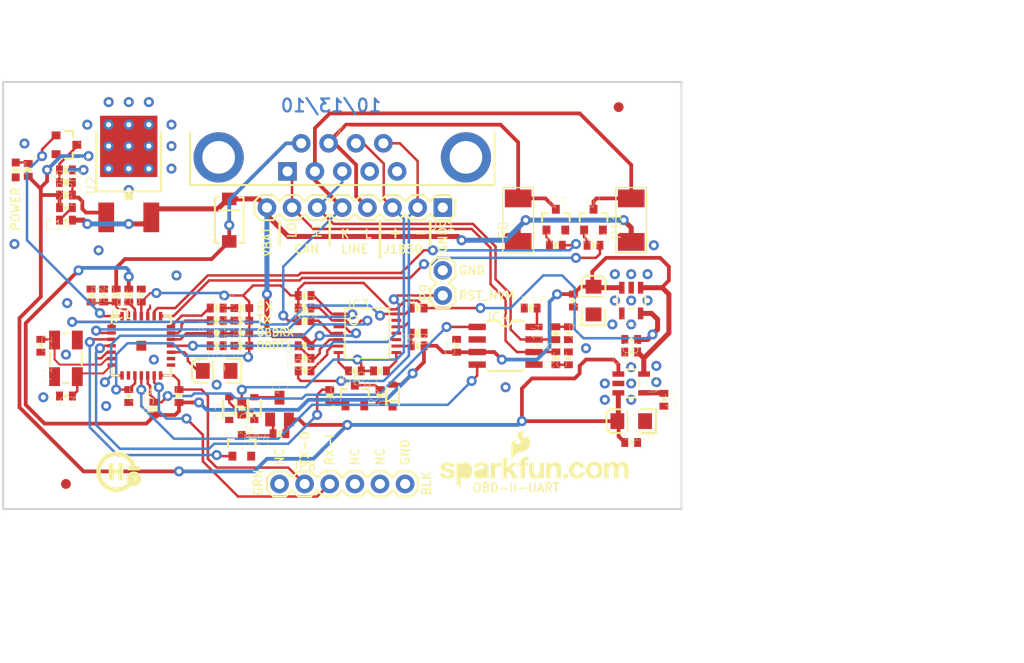
<source format=kicad_pcb>
(kicad_pcb (version 20211014) (generator pcbnew)
  (layers (0 "F.Cu" signal) (31 "B.Cu" signal) (34 "B.Paste" user) (35 "F.Paste" user) (36 "B.SilkS" user "B.Silkscreen") (37 "F.SilkS" user "F.Silkscreen") (38 "B.Mask" user) (39 "F.Mask" user) (44 "Edge.Cuts" user))
  (net 0 "")
  (net 1 "N$26")
  (net 2 "GND")
  (net 3 "~{VPW_RX}")
  (net 4 "PWM_RX")
  (net 5 "J1850BUS+_TX")
  (net 6 "J1850BUS-_TX")
  (net 7 "OSC1")
  (net 8 "OSC2")
  (net 9 "~{ISO_RX}")
  (net 10 "HOST_PRESENT")
  (net 11 "CAN_RX")
  (net 12 "CAN_TX")
  (net 13 "~{PWR_SAVE}")
  (net 14 "~{ISO_K_TX}")
  (net 15 "~{ISO_L_TX}")
  (net 16 "RESET")
  (net 17 "PWM/~{VPW}")
  (net 18 "~{OBD_RX_STATUS}/PGC")
  (net 19 "N$1")
  (net 20 "N$3")
  (net 21 "N$12")
  (net 22 "J1850BUS+")
  (net 23 "J1850BUS-")
  (net 24 "K-LINE")
  (net 25 "N$14")
  (net 26 "N$18")
  (net 27 "N$22")
  (net 28 "N$24")
  (net 29 "N$25")
  (net 30 "N$4")
  (net 31 "N$5")
  (net 32 "L-LINE")
  (net 33 "N$11")
  (net 34 "CAN_HI")
  (net 35 "CAN_LO")
  (net 36 "N$10")
  (net 37 "N$27")
  (net 38 "VBAT")
  (net 39 "N$8")
  (net 40 "N$6")
  (net 41 "N$13")
  (net 42 "N$7")
  (net 43 "VCC")
  (net 44 "N$9")
  (net 45 "RX-I")
  (net 46 "TX-O")
  (net 47 "BATT_V")
  (net 48 "3.3V")
  (net 49 "N$35")
  (net 50 "N$36")
  (net 51 "RX-STAT")
  (net 52 "TX-STAT")
  (net 53 "5V")
  (net 54 "RST_NVM")
  (net 55 "N$30")
  (net 56 "N$31")
  (net 57 "N$34")
  (net 58 "VBATT_RAW")
  (net 59 "N$32")
  (net 60 "NC1")
  (net 61 "NC2")
  (net 62 "NC3")
  (footprint "boardEagle:SO-8" (layer "F.Cu") (at 165.0111 110.0836 -90)
    (fp_text reference "IC4")
    (fp_text value "MCP2551")
  )
  (footprint "boardEagle:0402-RES" (layer "F.Cu") (at 152.3111 112.6236)
    (fp_text reference "R21")
    (fp_text value "10k")
  )
  (footprint "boardEagle:SOT23-5" (layer "F.Cu") (at 177.7111 113.8936 -90)
    (fp_text reference "U3")
    (fp_text value "5V Reg.")
  )
  (footprint "boardEagle:0402-RES" (layer "F.Cu") (at 170.0911 108.8136 -90)
    (fp_text reference "R14")
    (fp_text value "100")
  )
  (footprint "boardEagle:2010" (layer "F.Cu") (at 177.7111 97.3836 90)
    (fp_text reference "R11")
    (fp_text value "510 0.5W")
  )
  (footprint "boardEagle:EIA3216" (layer "F.Cu") (at 135.8011 112.6236 180)
    (fp_text reference "C4")
    (fp_text value "10uF ESR<=5")
  )
  (footprint "boardEagle:0402-RES" (layer "F.Cu") (at 152.3111 115.1636 90)
    (fp_text reference "R31")
    (fp_text value "10k")
  )
  (footprint "boardEagle:0402-RES" (layer "F.Cu") (at 149.7711 112.6236 180)
    (fp_text reference "R28")
    (fp_text value "10k")
  )
  (footprint "boardEagle:0402-CAP" (layer "F.Cu") (at 177.7111 109.4486 180)
    (fp_text reference "C8")
    (fp_text value "4.7uF")
  )
  (footprint "boardEagle:SOT23-3" (layer "F.Cu") (at 120.5611 89.7636 -90)
    (fp_text reference "Q10")
    (fp_text value "BSS138")
  )
  (footprint "boardEagle:SOT23-3" (layer "F.Cu") (at 149.7711 115.1636)
    (fp_text reference "Q8")
    (fp_text value "MMBT2222")
  )
  (footprint "boardEagle:0402-CAP" (layer "F.Cu") (at 120.5611 96.1136)
    (fp_text reference "C17")
    (fp_text value "1uF")
  )
  (footprint "boardEagle:STAND-OFF" (layer "F.Cu") (at 116.7511 124.0536)
    (fp_text reference "JP4" hide)
    (fp_text value "STAND-OFF" hide)
  )
  (footprint "boardEagle:0402-RES" (layer "F.Cu") (at 144.6911 112.6236)
    (fp_text reference "R29")
    (fp_text value "10k")
  )
  (footprint "boardEagle:TSSOP-14" (layer "F.Cu") (at 151.0411 108.8136 -90)
    (fp_text reference "IC3")
    (fp_text value "LM339PWR")
  )
  (footprint "boardEagle:LED-0603" (layer "F.Cu") (at 138.3411 108.8136 90)
    (fp_text reference "LED3")
    (fp_text value "YELLOW")
  )
  (footprint "boardEagle:SOD-323" (layer "F.Cu") (at 139.6111 116.4336 90)
    (fp_text reference "D1")
    (fp_text value "BAS16")
  )
  (footprint "boardEagle:0402-RES" (layer "F.Cu") (at 138.3411 116.4336 -90)
    (fp_text reference "R30")
    (fp_text value "10k")
  )
  (footprint "boardEagle:SOT23" (layer "F.Cu") (at 142.1511 116.4336)
    (fp_text reference "Q7")
    (fp_text value "ZXMP6A13FTA")
  )
  (footprint "boardEagle:EIA3216" (layer "F.Cu") (at 173.9011 105.5116 90)
    (fp_text reference "C18")
    (fp_text value "10uF")
  )
  (footprint "boardEagle:SOD-323" (layer "F.Cu") (at 153.5811 115.1636 90)
    (fp_text reference "D3")
    (fp_text value "BAS16")
  )
  (footprint "boardEagle:SFE-NEW-WEBLOGO" (layer "F.Cu") (at 158.4071 124.4346)
    (fp_text reference "JP3" hide)
    (fp_text value "LOGO-SFENEW" hide)
  )
  (footprint "boardEagle:LED-0603" (layer "F.Cu") (at 138.3411 106.2736 90)
    (fp_text reference "LED1")
    (fp_text value "YELLOW")
  )
  (footprint "boardEagle:0402-RES" (layer "F.Cu") (at 123.1011 105.0036 -90)
    (fp_text reference "R6")
    (fp_text value "10K")
  )
  (footprint "boardEagle:0402-CAP" (layer "F.Cu") (at 160.0581 110.0836 90)
    (fp_text reference "C11")
    (fp_text value "1uF")
  )
  (footprint "boardEagle:SOT23-3" (layer "F.Cu") (at 173.9011 97.3836)
    (fp_text reference "Q4")
    (fp_text value "MMBT2222")
  )
  (footprint "boardEagle:0402-RES" (layer "F.Cu") (at 120.5611 93.5736)
    (fp_text reference "R19")
    (fp_text value "866")
  )
  (footprint "boardEagle:2010" (layer "F.Cu") (at 166.2811 97.3836 90)
    (fp_text reference "R8")
    (fp_text value "510 0.5W")
  )
  (footprint "boardEagle:FTDI_BASIC" (layer "F.Cu") (at 142.1511 124.0536)
    (fp_text reference "JP8")
    (fp_text value "DNP")
  )
  (footprint "boardEagle:LED-0603" (layer "F.Cu") (at 138.3411 107.5436 90)
    (fp_text reference "LED2")
    (fp_text value "RED")
  )
  (footprint "boardEagle:0402-CAP" (layer "F.Cu") (at 177.7111 110.7186 180)
    (fp_text reference "C15")
    (fp_text value "2.2uF")
  )
  (footprint "boardEagle:LED-0603" (layer "F.Cu") (at 115.4811 92.3036 180)
    (fp_text reference "LED5")
    (fp_text value "RED")
  )
  (footprint "boardEagle:0402-CAP" (layer "F.Cu") (at 181.0131 115.5446 -90)
    (fp_text reference "C16")
    (fp_text value "470pF")
  )
  (footprint "boardEagle:0402-RES" (layer "F.Cu") (at 126.9111 105.0036 90)
    (fp_text reference "R1")
    (fp_text value "10k")
  )
  (footprint "boardEagle:STAND-OFF" (layer "F.Cu") (at 116.7511 85.9536)
    (fp_text reference "JP7" hide)
    (fp_text value "STAND-OFF" hide)
  )
  (footprint "boardEagle:FIDUCIAL-1X2" (layer "F.Cu") (at 120.5611 124.0536)
    (fp_text reference "JP2" hide)
    (fp_text value "FIDUCIAL1X2" hide)
  )
  (footprint "boardEagle:DB9_MALE" (layer "F.Cu") (at 148.5011 91.0336)
    (fp_text reference "X2")
    (fp_text value "Male DB9")
  )
  (footprint "boardEagle:0402-RES" (layer "F.Cu") (at 131.9911 115.1636 90)
    (fp_text reference "R25")
    (fp_text value "4.7k")
  )
  (footprint "boardEagle:_STN_SCANTOOL_QFN-28-S" (layer "F.Cu") (at 128.1811 110.0836)
    (fp_text reference "IC1")
    (fp_text value "SCANTOOL")
  )
  (footprint "boardEagle:0402-RES" (layer "F.Cu") (at 125.6411 105.0036 90)
    (fp_text reference "R3")
    (fp_text value "62K")
  )
  (footprint "boardEagle:SOD-323" (layer "F.Cu") (at 137.0711 116.4336 90)
    (fp_text reference "D2")
    (fp_text value "BAS16")
  )
  (footprint "boardEagle:0402-RES" (layer "F.Cu") (at 144.6911 106.2736 180)
    (fp_text reference "R9")
    (fp_text value "10k")
  )
  (footprint "boardEagle:0402-RES" (layer "F.Cu") (at 135.8011 108.8136)
    (fp_text reference "R4")
    (fp_text value "330")
  )
  (footprint "boardEagle:0402-RES" (layer "F.Cu") (at 156.1211 110.0836)
    (fp_text reference "R17")
    (fp_text value "1.2k")
  )
  (footprint "boardEagle:0402-RES" (layer "F.Cu") (at 142.1511 118.9736 180)
    (fp_text reference "R24")
    (fp_text value "1.5k")
  )
  (footprint "boardEagle:0402-CAP" (layer "F.Cu") (at 128.1811 105.0036 90)
    (fp_text reference "C1")
    (fp_text value "1uF")
  )
  (footprint "boardEagle:0402-RES" (layer "F.Cu") (at 144.6911 107.5436)
    (fp_text reference "R12")
    (fp_text value "10k")
  )
  (footprint "boardEagle:0402-RES" (layer "F.Cu") (at 135.8011 106.2736)
    (fp_text reference "R35")
    (fp_text value "330")
  )
  (footprint "boardEagle:STAND-OFF" (layer "F.Cu") (at 180.2511 124.0536)
    (fp_text reference "JP6" hide)
    (fp_text value "STAND-OFF" hide)
  )
  (footprint "boardEagle:0402-RES" (layer "F.Cu") (at 120.5611 92.3036 180)
    (fp_text reference "R22")
    (fp_text value "374")
  )
  (footprint "boardEagle:SOT23-3" (layer "F.Cu") (at 138.3411 120.2436)
    (fp_text reference "Q9")
    (fp_text value "BSS138")
  )
  (footprint "boardEagle:V-REG_DPACK" (layer "F.Cu") (at 126.9111 92.3036)
    (fp_text reference "U2")
    (fp_text value "V_REG_317DPACK")
  )
  (footprint "boardEagle:0402-RES" (layer "F.Cu") (at 129.4511 116.4336 90)
    (fp_text reference "R34")
    (fp_text value "1.5k")
  )
  (footprint "boardEagle:0402-CAP" (layer "F.Cu") (at 120.5611 97.3836 180)
    (fp_text reference "C14")
    (fp_text value "0.1uF")
  )
  (footprint "boardEagle:0402-CAP" (layer "F.Cu") (at 124.3711 105.0036 90)
    (fp_text reference "C7")
    (fp_text value "0.1uF")
  )
  (footprint "boardEagle:0402-RES" (layer "F.Cu") (at 170.0911 99.9236)
    (fp_text reference "R7")
    (fp_text value "1k")
  )
  (footprint "boardEagle:0402-CAP" (layer "F.Cu") (at 171.3611 108.8136 -90)
    (fp_text reference "C12")
    (fp_text value "560pF")
  )
  (footprint "boardEagle:0402-CAP" (layer "F.Cu") (at 118.0211 110.0836 -90)
    (fp_text reference "C2")
    (fp_text value "27pF")
  )
  (footprint "boardEagle:CREATIVE_COMMONS" (layer "F.Cu") (at 134.5311 141.8336)
    (fp_text reference "U$1" hide)
    (fp_text value "CREATIVE_COMMONS" hide)
  )
  (footprint "boardEagle:0402-RES" (layer "F.Cu") (at 173.9011 99.9236)
    (fp_text reference "R13")
    (fp_text value "1k")
  )
  (footprint "boardEagle:0402-RES" (layer "F.Cu") (at 144.6911 110.0836 180)
    (fp_text reference "R10")
    (fp_text value "10k")
  )
  (footprint "boardEagle:0402-RES" (layer "F.Cu") (at 135.8011 110.0836 180)
    (fp_text reference "R5")
    (fp_text value "330")
  )
  (footprint "boardEagle:0402-CAP" (layer "F.Cu") (at 171.3611 111.3536 90)
    (fp_text reference "C13")
    (fp_text value "560pF")
  )
  (footprint "boardEagle:CRYSTAL-SMD-5X3" (layer "F.Cu") (at 120.5611 111.3536 90)
    (fp_text reference "Y1")
    (fp_text value "16MHz")
  )
  (footprint "boardEagle:OSHW-LOGO" (layer "F.Cu") (at 125.6411 122.7836)
    (fp_text reference "U$14" hide)
    (fp_text value "OSHW-LOGO" hide)
  )
  (footprint "boardEagle:STAND-OFF" (layer "F.Cu") (at 180.2511 85.9536)
    (fp_text reference "JP5" hide)
    (fp_text value "STAND-OFF" hide)
  )
  (footprint "boardEagle:0402-RES" (layer "F.Cu") (at 156.1211 106.2736)
    (fp_text reference "R18")
    (fp_text value "10k")
  )
  (footprint "boardEagle:0402-RES" (layer "F.Cu") (at 144.6911 105.0036 180)
    (fp_text reference "R27")
    (fp_text value "10k")
  )
  (footprint "boardEagle:SMA-DIODE" (layer "F.Cu") (at 137.0711 97.3836 90)
    (fp_text reference "D4")
    (fp_text value "MBRA140")
  )
  (footprint "boardEagle:0402-RES" (layer "F.Cu") (at 144.6911 111.3536 180)
    (fp_text reference "R33")
    (fp_text value "10k")
  )
  (footprint "boardEagle:1X02" (layer "F.Cu") (at 158.6611 105.0036 90)
    (fp_text reference "JP9")
    (fp_text value "DNP")
  )
  (footprint "boardEagle:LED-0603" (layer "F.Cu") (at 138.3411 110.0836 90)
    (fp_text reference "LED4")
    (fp_text value "RED")
  )
  (footprint "boardEagle:0402-RES" (layer "F.Cu") (at 147.2311 115.1636 -90)
    (fp_text reference "R32")
    (fp_text value "1k")
  )
  (footprint "boardEagle:EIA3216" (layer "F.Cu") (at 177.7111 117.7036 180)
    (fp_text reference "C9")
    (fp_text value "10uF")
  )
  (footprint "boardEagle:0402-CAP" (layer "F.Cu") (at 177.7111 119.8626)
    (fp_text reference "C10")
    (fp_text value "0.1uF")
  )
  (footprint "boardEagle:0402-CAP" (layer "F.Cu") (at 120.5611 115.1636 180)
    (fp_text reference "C3")
    (fp_text value "27pF")
  )
  (footprint "boardEagle:0402-CAP" (layer "F.Cu") (at 171.8691 105.5116 -90)
    (fp_text reference "C6")
    (fp_text value "1uF")
  )
  (footprint "boardEagle:0402-RES" (layer "F.Cu") (at 170.0911 111.3536 90)
    (fp_text reference "R15")
    (fp_text value "100")
  )
  (footprint "boardEagle:0402-RES" (layer "F.Cu") (at 135.8011 107.5436 180)
    (fp_text reference "R37")
    (fp_text value "330")
  )
  (footprint "boardEagle:0402-RES" (layer "F.Cu") (at 156.1211 108.8136 180)
    (fp_text reference "R23")
    (fp_text value "4.7k")
  )
  (footprint "boardEagle:0402-CAP" (layer "F.Cu") (at 126.9111 115.1636 -90)
    (fp_text reference "C5")
    (fp_text value "1uF")
  )
  (footprint "boardEagle:SOT23-3" (layer "F.Cu") (at 170.0911 97.3836)
    (fp_text reference "Q3")
    (fp_text value "MMBT2222")
  )
  (footprint "boardEagle:FIDUCIAL-1X2" (layer "F.Cu") (at 176.4411 85.9536)
    (fp_text reference "JP10" hide)
    (fp_text value "FIDUCIAL1X2" hide)
  )
  (footprint "boardEagle:0402-RES" (layer "F.Cu") (at 116.7511 92.3036 -90)
    (fp_text reference "R2")
    (fp_text value "1k")
  )
  (footprint "boardEagle:0402-RES" (layer "F.Cu") (at 167.5511 106.2736)
    (fp_text reference "R16")
    (fp_text value "4.7k")
  )
  (footprint "boardEagle:0402-RES" (layer "F.Cu") (at 120.5611 94.8436)
    (fp_text reference "R20")
    (fp_text value "240")
  )
  (footprint "boardEagle:SOT23-5" (layer "F.Cu") (at 177.7111 105.5116 180)
    (fp_text reference "U1")
    (fp_text value "3.3V")
  )
  (footprint "boardEagle:1X08" (layer "F.Cu") (at 158.6611 96.1136 180)
    (fp_text reference "JP1")
    (fp_text value "")
  )
  (gr_line (start 142.1511 97.3836) (end 142.1511 99.9236) (layer "F.SilkS") (width 0.254))
  (gr_line (start 152.3111 97.3836) (end 152.3111 101.1936) (layer "F.SilkS") (width 0.254))
  (gr_line (start 157.3911 97.3836) (end 157.3911 99.9236) (layer "F.SilkS") (width 0.254))
  (gr_line (start 147.2311 97.3836) (end 147.2311 99.9236) (layer "F.SilkS") (width 0.254))
  (gr_line (start 114.2111 83.4136) (end 114.2111 126.5936) (layer "Edge.Cuts") (width 0.2032))
  (gr_line (start 114.2111 126.5936) (end 182.7911 126.5936) (layer "Edge.Cuts") (width 0.2032))
  (gr_line (start 182.7911 83.4136) (end 114.2111 83.4136) (layer "Edge.Cuts") (width 0.2032))
  (gr_line (start 182.7911 126.5936) (end 182.7911 83.4136) (layer "Edge.Cuts") (width 0.2032))
  (gr_text "10/13/10" (at 142.1511 85.0392) (layer "B.Cu") (effects (font (size 1.2954 1.2954) (thickness 0.2286)) (justify right top mirror)))
  (gr_text "NC" (at 142.6591 122.2756 90) (layer "F.SilkS") (effects (font (size 0.8636 0.8636) (thickness 0.1524)) (justify left bottom)))
  (gr_text "LINE" (at 148.2471 100.8126) (layer "F.SilkS") (effects (font (size 0.8636 0.8636) (thickness 0.1524)) (justify left bottom)))
  (gr_text "LO" (at 143.9291 99.2886 90) (layer "F.SilkS") (effects (font (size 0.8636 0.8636) (thickness 0.1524)) (justify left bottom)))
  (gr_text "GND" (at 160.1851 102.9716) (layer "F.SilkS") (effects (font (size 0.8636 0.8636) (thickness 0.1524)) (justify left bottom)))
  (gr_text "GRN" (at 140.5001 125.3236 90) (layer "F.SilkS") (effects (font (size 0.8636 0.8636) (thickness 0.1524)) (justify left bottom)))
  (gr_text "NC" (at 150.2791 122.2756 90) (layer "F.SilkS") (effects (font (size 0.8636 0.8636) (thickness 0.1524)) (justify left bottom)))
  (gr_text "-" (at 155.6131 99.2886) (layer "F.SilkS") (effects (font (size 1.0795 1.0795) (thickness 0.1905)) (justify left bottom)))
  (gr_text "L" (at 150.6601 99.2886) (layer "F.SilkS") (effects (font (size 0.8636 0.8636) (thickness 0.1524)) (justify left bottom)))
  (gr_text "NC" (at 152.8191 122.2756 90) (layer "F.SilkS") (effects (font (size 0.8636 0.8636) (thickness 0.1524)) (justify left bottom)))
  (gr_text "BLK" (at 157.5181 125.3236 90) (layer "F.SilkS") (effects (font (size 0.8636 0.8636) (thickness 0.1524)) (justify left bottom)))
  (gr_text "GND" (at 159.1691 100.8126 90) (layer "F.SilkS") (effects (font (size 0.8636 0.8636) (thickness 0.1524)) (justify left bottom)))
  (gr_text "RX-I" (at 147.7391 122.2756 90) (layer "F.SilkS") (effects (font (size 0.8636 0.8636) (thickness 0.1524)) (justify left bottom)))
  (gr_text "CAN" (at 143.5481 100.8126) (layer "F.SilkS") (effects (font (size 0.8636 0.8636) (thickness 0.1524)) (justify left bottom)))
  (gr_text "TX-O" (at 145.1991 122.2756 90) (layer "F.SilkS") (effects (font (size 0.8636 0.8636) (thickness 0.1524)) (justify left bottom)))
  (gr_text "OBD-II-UART" (at 161.5821 124.9426) (layer "F.SilkS") (effects (font (size 0.8636 0.8636) (thickness 0.1524)) (justify left bottom)))
  (gr_text "K" (at 148.2471 99.2886) (layer "F.SilkS") (effects (font (size 0.8636 0.8636) (thickness 0.1524)) (justify left bottom)))
  (gr_text "J1850" (at 152.5651 100.8126) (layer "F.SilkS") (effects (font (size 0.8636 0.8636) (thickness 0.1524)) (justify left bottom)))
  (gr_text "TX" (at 139.7381 107.9246) (layer "F.SilkS") (effects (font (size 0.8636 0.8636) (thickness 0.1524)) (justify left bottom)))
  (gr_text "POWER" (at 114.9731 93.9546 90) (layer "F.SilkS") (effects (font (size 0.8636 0.8636) (thickness 0.1524)) (justify right top)))
  (gr_text "GND" (at 155.3591 122.2756 90) (layer "F.SilkS") (effects (font (size 0.8636 0.8636) (thickness 0.1524)) (justify left bottom)))
  (gr_text "HI" (at 146.4691 99.2886 90) (layer "F.SilkS") (effects (font (size 0.8636 0.8636) (thickness 0.1524)) (justify left bottom)))
  (gr_text "OBDTX" (at 139.7381 110.4646) (layer "F.SilkS") (effects (font (size 0.75565 0.75565) (thickness 0.13335)) (justify left bottom)))
  (gr_text "RX" (at 139.7381 106.6546) (layer "F.SilkS") (effects (font (size 0.8636 0.8636) (thickness 0.1524)) (justify left bottom)))
  (gr_text "VBAT" (at 141.3891 101.1936 90) (layer "F.SilkS") (effects (font (size 0.8636 0.8636) (thickness 0.1524)) (justify left bottom)))
  (gr_text "+" (at 153.0731 99.2886) (layer "F.SilkS") (effects (font (size 1.0795 1.0795) (thickness 0.1905)) (justify left bottom)))
  (gr_text "OBDRX" (at 139.7381 109.1946) (layer "F.SilkS") (effects (font (size 0.75565 0.75565) (thickness 0.13335)) (justify left bottom)))
  (gr_text "RST_NVM" (at 160.1851 105.5116) (layer "F.SilkS") (effects (font (size 0.8636 0.8636) (thickness 0.1524)) (justify left bottom)))
  (segment (start 132.8801 111.0996) (end 132.8801 111.6076) (width 0.254) (layer "F.Cu") (net 1))
  (segment (start 132.8801 111.6076) (end 133.8961 112.6236) (width 0.254) (layer "F.Cu") (net 1))
  (segment (start 133.8961 112.6236) (end 134.2771 112.6236) (width 0.254) (layer "F.Cu") (net 1))
  (segment (start 132.5141 110.7336) (end 132.8801 111.0996) (width 0.254) (layer "F.Cu") (net 1))
  (segment (start 131.1811 110.7336) (end 132.5141 110.7336) (width 0.254) (layer "F.Cu") (net 1))
  (segment (start 134.2771 112.6236) (end 134.4011 112.6236) (width 0.254) (layer "F.Cu") (net 1))
  (segment (start 128.8311 106.5126) (end 129.0701 106.2736) (width 0.254) (layer "F.Cu") (net 2))
  (segment (start 121.1811 96.1136) (end 121.2111 96.1136) (width 0.254) (layer "F.Cu") (net 2))
  (segment (start 124.7521 110.7186) (end 125.1331 110.7186) (width 0.254) (layer "F.Cu") (net 2))
  (segment (start 125.1331 110.7186) (end 125.1481 110.7336) (width 0.254) (layer "F.Cu") (net 2))
  (segment (start 154.7391 108.1636) (end 155.2321 107.6706) (width 0.254) (layer "F.Cu") (net 2))
  (segment (start 123.6091 111.3536) (end 124.1171 111.3536) (width 0.254) (layer "F.Cu") (net 2))
  (segment (start 121.2111 92.3036) (end 122.3391 92.3036) (width 0.381) (layer "F.Cu") (net 2))
  (segment (start 129.0701 106.2736) (end 129.0701 106.0196) (width 0.2032) (layer "F.Cu") (net 2))
  (segment (start 153.9661 108.1636) (end 154.7391 108.1636) (width 0.254) (layer "F.Cu") (net 2))
  (segment (start 119.9111 97.3836) (end 121.1811 96.1136) (width 0.254) (layer "F.Cu") (net 2))
  (segment (start 124.1171 111.3536) (end 124.7521 110.7186) (width 0.254) (layer "F.Cu") (net 2))
  (segment (start 128.8311 107.0836) (end 128.8311 106.5126) (width 0.254) (layer "F.Cu") (net 2))
  (segment (start 125.1481 110.7336) (end 125.1811 110.7336) (width 0.254) (layer "F.Cu") (net 2))
  (via (at 177.7111 105.5116) (size 1.016) (drill 0.508) (layers "F.Cu" "B.Cu") (net 2))
  (via (at 177.7111 112.2426) (size 1.016) (drill 0.508) (layers "F.Cu" "B.Cu") (net 2))
  (via (at 122.3391 92.3036) (size 1.016) (drill 0.508) (layers "F.Cu" "B.Cu") (net 2))
  (via (at 179.3621 102.8446) (size 1.016) (drill 0.508) (layers "F.Cu" "B.Cu") (net 2))
  (via (at 180.2511 112.1156) (size 1.016) (drill 0.508) (layers "F.Cu" "B.Cu") (net 2))
  (via (at 123.8631 100.4316) (size 1.016) (drill 0.508) (layers "F.Cu" "B.Cu") (net 2))
  (via (at 176.0601 102.8446) (size 1.016) (drill 0.508) (layers "F.Cu" "B.Cu") (net 2))
  (via (at 175.0441 113.8936) (size 1.016) (drill 0.508) (layers "F.Cu" "B.Cu") (net 2))
  (via (at 124.6251 116.1796) (size 1.016) (drill 0.508) (layers "F.Cu" "B.Cu") (net 2))
  (via (at 173.1391 110.3376) (size 1.016) (drill 0.508) (layers "F.Cu" "B.Cu") (net 2))
  (via (at 176.0601 105.5116) (size 1.016) (drill 0.508) (layers "F.Cu" "B.Cu") (net 2))
  (via (at 180.2511 113.7666) (size 1.016) (drill 0.508) (layers "F.Cu" "B.Cu") (net 2))
  (via (at 179.3621 105.5116) (size 1.016) (drill 0.508) (layers "F.Cu" "B.Cu") (net 2))
  (via (at 115.3541 99.7966) (size 1.016) (drill 0.508) (layers "F.Cu" "B.Cu") (net 2))
  (via (at 175.8061 107.9246) (size 1.016) (drill 0.508) (layers "F.Cu" "B.Cu") (net 2))
  (via (at 120.5611 110.9726) (size 1.016) (drill 0.508) (layers "F.Cu" "B.Cu") (net 2))
  (via (at 165.0111 114.2746) (size 1.016) (drill 0.508) (layers "F.Cu" "B.Cu") (net 2))
  (via (at 131.7371 102.9716) (size 1.016) (drill 0.508) (layers "F.Cu" "B.Cu") (net 2))
  (via (at 177.7111 102.8446) (size 1.016) (drill 0.508) (layers "F.Cu" "B.Cu") (net 2))
  (via (at 129.4511 111.4806) (size 1.016) (drill 0.508) (layers "F.Cu" "B.Cu") (net 2))
  (via (at 118.2751 115.2906) (size 1.016) (drill 0.508) (layers "F.Cu" "B.Cu") (net 2))
  (via (at 116.3701 89.6366) (size 1.016) (drill 0.508) (layers "F.Cu" "B.Cu") (net 2))
  (via (at 177.7111 115.5446) (size 1.016) (drill 0.508) (layers "F.Cu" "B.Cu") (net 2))
  (via (at 135.8011 114.0206) (size 1.016) (drill 0.508) (layers "F.Cu" "B.Cu") (net 2))
  (via (at 177.7111 107.9246) (size 1.016) (drill 0.508) (layers "F.Cu" "B.Cu") (net 2))
  (via (at 175.0441 115.5446) (size 1.016) (drill 0.508) (layers "F.Cu" "B.Cu") (net 2))
  (via (at 177.7111 113.8936) (size 1.016) (drill 0.508) (layers "F.Cu" "B.Cu") (net 2))
  (via (at 120.6881 105.7656) (size 1.016) (drill 0.508) (layers "F.Cu" "B.Cu") (net 2))
  (via (at 179.9971 99.9236) (size 1.016) (drill 0.508) (layers "F.Cu" "B.Cu") (net 2))
  (segment (start 122.3391 92.3036) (end 120.5611 92.3036) (width 0.381) (layer "B.Cu") (net 2))
  (segment (start 152.4831 106.8636) (end 153.9661 106.8636) (width 0.254) (layer "F.Cu") (net 3))
  (segment (start 154.8961 106.8636) (end 155.3591 106.4006) (width 0.254) (layer "F.Cu") (net 3))
  (segment (start 155.3591 106.4006) (end 155.4711 106.2886) (width 0.254) (layer "F.Cu") (net 3))
  (segment (start 153.9661 106.8636) (end 154.8061 106.8636) (width 0.254) (layer "F.Cu") (net 3))
  (segment (start 155.4711 106.2886) (end 155.4711 106.2736) (width 0.254) (layer "F.Cu") (net 3))
  (segment (start 154.8061 106.8636) (end 154.8961 106.8636) (width 0.254) (layer "F.Cu") (net 3))
  (segment (start 125.0061 107.6706) (end 125.1811 107.8456) (width 0.254) (layer "F.Cu") (net 3))
  (segment (start 121.1961 107.6706) (end 125.0061 107.6706) (width 0.254) (layer "F.Cu") (net 3))
  (segment (start 125.1811 107.8456) (end 125.1811 108.1336) (width 0.254) (layer "F.Cu") (net 3))
  (segment (start 152.3111 107.0356) (end 152.4831 106.8636) (width 0.254) (layer "F.Cu") (net 3))
  (via (at 121.1961 107.6706) (size 1.016) (drill 0.508) (layers "F.Cu" "B.Cu") (net 3))
  (via (at 152.3111 107.0356) (size 1.016) (drill 0.508) (layers "F.Cu" "B.Cu") (net 3))
  (segment (start 140.3731 107.9246) (end 142.5321 107.9246) (width 0.254) (layer "B.Cu") (net 3))
  (segment (start 144.8181 106.0196) (end 149.6441 106.0196) (width 0.254) (layer "B.Cu") (net 3))
  (segment (start 142.9131 107.9246) (end 143.8021 107.0356) (width 0.254) (layer "B.Cu") (net 3))
  (segment (start 121.1961 107.6706) (end 140.1191 107.6706) (width 0.254) (layer "B.Cu") (net 3))
  (segment (start 151.2951 106.0196) (end 152.3111 107.0356) (width 0.254) (layer "B.Cu") (net 3))
  (segment (start 140.1191 107.6706) (end 140.3731 107.9246) (width 0.254) (layer "B.Cu") (net 3))
  (segment (start 149.6441 106.0196) (end 151.2951 106.0196) (width 0.254) (layer "B.Cu") (net 3))
  (segment (start 142.5321 107.9246) (end 142.9131 107.9246) (width 0.254) (layer "B.Cu") (net 3))
  (segment (start 143.8021 107.0356) (end 144.8181 106.0196) (width 0.254) (layer "B.Cu") (net 3))
  (segment (start 123.6091 108.6266) (end 123.7661 108.7836) (width 0.254) (layer "F.Cu") (net 4))
  (segment (start 146.5961 106.0196) (end 145.5801 105.0036) (width 0.254) (layer "F.Cu") (net 4))
  (segment (start 149.4721 106.8636) (end 148.1161 106.8636) (width 0.254) (layer "F.Cu") (net 4))
  (segment (start 147.3581 106.7816) (end 146.5961 106.0196) (width 0.254) (layer "F.Cu") (net 4))
  (segment (start 123.7661 108.7836) (end 125.1811 108.7836) (width 0.254) (layer "F.Cu") (net 4))
  (segment (start 145.3261 105.0036) (end 145.3411 105.0036) (width 0.254) (layer "F.Cu") (net 4))
  (segment (start 123.6091 108.5596) (end 123.6091 108.6266) (width 0.254) (layer "F.Cu") (net 4))
  (segment (start 148.1161 106.8636) (end 147.4401 106.8636) (width 0.254) (layer "F.Cu") (net 4))
  (segment (start 147.4401 106.8636) (end 147.3581 106.7816) (width 0.254) (layer "F.Cu") (net 4))
  (segment (start 145.5801 105.0036) (end 145.3261 105.0036) (width 0.254) (layer "F.Cu") (net 4))
  (segment (start 149.5171 106.9086) (end 149.4721 106.8636) (width 0.254) (layer "F.Cu") (net 4))
  (via (at 149.5171 106.9086) (size 1.016) (drill 0.508) (layers "F.Cu" "B.Cu") (net 4))
  (via (at 123.6091 108.5596) (size 1.016) (drill 0.508) (layers "F.Cu" "B.Cu") (net 4))
  (segment (start 144.3101 107.1626) (end 149.1361 107.1626) (width 0.254) (layer "B.Cu") (net 4))
  (segment (start 143.9291 107.5436) (end 144.3101 107.1626) (width 0.254) (layer "B.Cu") (net 4))
  (segment (start 143.0401 108.4326) (end 143.9291 107.5436) (width 0.254) (layer "B.Cu") (net 4))
  (segment (start 123.6091 108.5596) (end 123.7361 108.4326) (width 0.254) (layer "B.Cu") (net 4))
  (segment (start 149.5171 106.9086) (end 149.2631 107.1626) (width 0.254) (layer "B.Cu") (net 4))
  (segment (start 123.9901 108.4326) (end 124.1171 108.4326) (width 0.254) (layer "B.Cu") (net 4))
  (segment (start 124.1171 108.4326) (end 127.1651 108.4326) (width 0.254) (layer "B.Cu") (net 4))
  (segment (start 123.7361 108.4326) (end 123.9901 108.4326) (width 0.254) (layer "B.Cu") (net 4))
  (segment (start 149.3901 106.9086) (end 149.5171 106.9086) (width 0.254) (layer "B.Cu") (net 4))
  (segment (start 127.1651 108.4326) (end 143.0401 108.4326) (width 0.254) (layer "B.Cu") (net 4))
  (segment (start 149.1361 107.1626) (end 149.3901 106.9086) (width 0.254) (layer "B.Cu") (net 4))
  (segment (start 135.9121 121.2436) (end 137.3911 121.2436) (width 0.254) (layer "F.Cu") (net 5))
  (segment (start 123.2431 109.4336) (end 124.3861 109.4336) (width 0.254) (layer "F.Cu") (net 5))
  (segment (start 122.9741 109.7026) (end 123.2431 109.4336) (width 0.254) (layer "F.Cu") (net 5))
  (segment (start 124.3861 109.4336) (end 125.1811 109.4336) (width 0.254) (layer "F.Cu") (net 5))
  (segment (start 135.8011 121.1326) (end 135.9121 121.2436) (width 0.254) (layer "F.Cu") (net 5))
  (via (at 135.8011 121.1326) (size 1.016) (drill 0.508) (layers "F.Cu" "B.Cu") (net 5))
  (via (at 122.9741 109.7026) (size 1.016) (drill 0.508) (layers "F.Cu" "B.Cu") (net 5))
  (segment (start 125.6411 121.0056) (end 125.7681 121.1326) (width 0.254) (layer "B.Cu") (net 5))
  (segment (start 122.9741 118.3386) (end 125.6411 121.0056) (width 0.254) (layer "B.Cu") (net 5))
  (segment (start 125.7681 121.1326) (end 135.8011 121.1326) (width 0.254) (layer "B.Cu") (net 5))
  (segment (start 122.9741 118.3386) (end 122.9741 109.7026) (width 0.254) (layer "B.Cu") (net 5))
  (segment (start 145.9611 117.0686) (end 145.9611 115.0366) (width 0.254) (layer "F.Cu") (net 6))
  (segment (start 123.9901 110.3376) (end 124.2441 110.0836) (width 0.254) (layer "F.Cu") (net 6))
  (segment (start 145.9611 115.0366) (end 146.4841 114.5136) (width 0.254) (layer "F.Cu") (net 6))
  (segment (start 146.4841 114.5136) (end 147.2311 114.5136) (width 0.254) (layer "F.Cu") (net 6))
  (segment (start 124.2441 110.0836) (end 124.6251 110.0836) (width 0.254) (layer "F.Cu") (net 6))
  (segment (start 124.6251 110.0836) (end 125.1811 110.0836) (width 0.254) (layer "F.Cu") (net 6))
  (via (at 123.9901 110.3376) (size 1.016) (drill 0.508) (layers "F.Cu" "B.Cu") (net 6))
  (via (at 145.9611 117.0686) (size 1.016) (drill 0.508) (layers "F.Cu" "B.Cu") (net 6))
  (segment (start 123.6091 118.0846) (end 123.6091 117.8306) (width 0.254) (layer "B.Cu") (net 6))
  (segment (start 143.0401 119.9896) (end 145.9611 117.0686) (width 0.254) (layer "B.Cu") (net 6))
  (segment (start 142.4051 119.9896) (end 143.0401 119.9896) (width 0.254) (layer "B.Cu") (net 6))
  (segment (start 126.0221 120.4976) (end 135.0391 120.4976) (width 0.254) (layer "B.Cu") (net 6))
  (segment (start 135.0391 120.4976) (end 135.5471 119.9896) (width 0.254) (layer "B.Cu") (net 6))
  (segment (start 123.6091 110.7186) (end 123.8631 110.4646) (width 0.254) (layer "B.Cu") (net 6))
  (segment (start 123.6091 111.0996) (end 123.6091 110.7186) (width 0.254) (layer "B.Cu") (net 6))
  (segment (start 123.6091 118.0846) (end 126.0221 120.4976) (width 0.254) (layer "B.Cu") (net 6))
  (segment (start 123.6091 117.8306) (end 123.6091 111.0996) (width 0.254) (layer "B.Cu") (net 6))
  (segment (start 123.8631 110.4646) (end 123.9901 110.3376) (width 0.254) (layer "B.Cu") (net 6))
  (segment (start 135.5471 119.9896) (end 142.4051 119.9896) (width 0.254) (layer "B.Cu") (net 6))
  (segment (start 119.4111 109.5036) (end 119.4111 110.9656) (width 0.2032) (layer "F.Cu") (net 7))
  (segment (start 121.9581 111.9886) (end 124.1171 111.9886) (width 0.2032) (layer "F.Cu") (net 7))
  (segment (start 119.4111 109.5036) (end 119.4111 109.6956) (width 0.254) (layer "F.Cu") (net 7))
  (segment (start 119.4111 110.9656) (end 119.4181 110.9726) (width 0.2032) (layer "F.Cu") (net 7))
  (segment (start 124.1171 111.9886) (end 124.4981 111.6076) (width 0.2032) (layer "F.Cu") (net 7))
  (segment (start 119.4111 109.6956) (end 119.4181 109.7026) (width 0.254) (layer "F.Cu") (net 7))
  (segment (start 119.2761 109.4336) (end 119.2911 109.4486) (width 0.254) (layer "F.Cu") (net 7))
  (segment (start 119.4111 111.4736) (end 119.9261 111.9886) (width 0.2032) (layer "F.Cu") (net 7))
  (segment (start 124.7221 111.3836) (end 125.1811 111.3836) (width 0.2032) (layer "F.Cu") (net 7))
  (segment (start 119.4111 110.9656) (end 119.4111 111.4736) (width 0.2032) (layer "F.Cu") (net 7))
  (segment (start 119.2911 109.4486) (end 119.3461 109.5036) (width 0.254) (layer "F.Cu") (net 7))
  (segment (start 118.0211 109.4336) (end 119.2761 109.4336) (width 0.254) (layer "F.Cu") (net 7))
  (segment (start 119.9261 111.9886) (end 120.4341 111.9886) (width 0.2032) (layer "F.Cu") (net 7))
  (segment (start 119.3461 109.5036) (end 119.4111 109.5036) (width 0.254) (layer "F.Cu") (net 7))
  (segment (start 124.4981 111.6076) (end 124.7221 111.3836) (width 0.2032) (layer "F.Cu") (net 7))
  (segment (start 120.4341 111.9886) (end 121.9581 111.9886) (width 0.2032) (layer "F.Cu") (net 7))
  (segment (start 121.7111 113.2516) (end 121.7111 113.2036) (width 0.2032) (layer "F.Cu") (net 8))
  (segment (start 121.2111 115.1636) (end 121.7041 114.6706) (width 0.254) (layer "F.Cu") (net 8))
  (segment (start 121.7041 114.6706) (end 121.7041 113.2586) (width 0.254) (layer "F.Cu") (net 8))
  (segment (start 121.7041 113.2586) (end 121.7111 113.2516) (width 0.254) (layer "F.Cu") (net 8))
  (segment (start 123.3551 112.8776) (end 124.3371 112.8776) (width 0.2032) (layer "F.Cu") (net 8))
  (segment (start 124.3371 112.8776) (end 125.1811 112.0336) (width 0.2032) (layer "F.Cu") (net 8))
  (segment (start 121.7041 113.2106) (end 121.7111 113.2036) (width 0.254) (layer "F.Cu") (net 8))
  (segment (start 121.7041 113.2586) (end 121.7041 113.2106) (width 0.254) (layer "F.Cu") (net 8))
  (segment (start 121.7041 113.2586) (end 122.0851 112.8776) (width 0.2032) (layer "F.Cu") (net 8))
  (segment (start 122.0851 112.8776) (end 123.3551 112.8776) (width 0.2032) (layer "F.Cu") (net 8))
  (segment (start 149.2631 107.9246) (end 148.8521 107.5136) (width 0.254) (layer "F.Cu") (net 9))
  (segment (start 125.1811 113.0836) (end 124.4981 113.7666) (width 0.254) (layer "F.Cu") (net 9))
  (segment (start 151.0411 107.5436) (end 150.4061 107.5436) (width 0.254) (layer "F.Cu") (net 9))
  (segment (start 148.8521 107.5136) (end 148.1161 107.5136) (width 0.254) (layer "F.Cu") (net 9))
  (segment (start 150.4061 107.5436) (end 150.0251 107.9246) (width 0.254) (layer "F.Cu") (net 9))
  (segment (start 148.1161 107.5136) (end 147.4551 107.5136) (width 0.254) (layer "F.Cu") (net 9))
  (segment (start 150.0251 107.9246) (end 149.2631 107.9246) (width 0.254) (layer "F.Cu") (net 9))
  (segment (start 147.4551 107.5136) (end 146.2151 106.2736) (width 0.254) (layer "F.Cu") (net 9))
  (segment (start 126.2311 113.0836) (end 125.1811 113.0836) (width 0.254) (layer "F.Cu") (net 9))
  (segment (start 146.2151 106.2736) (end 145.3411 106.2736) (width 0.254) (layer "F.Cu") (net 9))
  (via (at 151.0411 107.5436) (size 1.016) (drill 0.508) (layers "F.Cu" "B.Cu") (net 9))
  (via (at 124.4981 113.7666) (size 1.016) (drill 0.508) (layers "F.Cu" "B.Cu") (net 9))
  (segment (start 125.1331 109.9566) (end 126.0221 109.0676) (width 0.254) (layer "B.Cu") (net 9))
  (segment (start 150.6601 107.9246) (end 151.0411 107.5436) (width 0.254) (layer "B.Cu") (net 9))
  (segment (start 126.0221 109.0676) (end 144.5641 109.0676) (width 0.254) (layer "B.Cu") (net 9))
  (segment (start 124.4981 113.7666) (end 125.1331 113.1316) (width 0.254) (layer "B.Cu") (net 9))
  (segment (start 125.1331 113.1316) (end 125.1331 109.9566) (width 0.254) (layer "B.Cu") (net 9))
  (segment (start 144.5641 109.0676) (end 145.7071 107.9246) (width 0.254) (layer "B.Cu") (net 9))
  (segment (start 145.7071 107.9246) (end 150.6601 107.9246) (width 0.254) (layer "B.Cu") (net 9))
  (segment (start 161.5821 113.6396) (end 162.1377 113.084) (width 0.254) (layer "F.Cu") (net 11))
  (segment (start 162.1377 113.084) (end 162.1377 111.9886) (width 0.254) (layer "F.Cu") (net 11))
  (segment (start 128.1811 114.5286) (end 128.1811 113.0836) (width 0.254) (layer "F.Cu") (net 11))
  (via (at 128.1811 114.5286) (size 1.016) (drill 0.508) (layers "F.Cu" "B.Cu") (net 11))
  (via (at 161.5821 113.6396) (size 1.016) (drill 0.508) (layers "F.Cu" "B.Cu") (net 11))
  (segment (start 133.1341 119.4816) (end 136.9441 119.4816) (width 0.254) (layer "B.Cu") (net 11))
  (segment (start 145.4531 116.0526) (end 159.1691 116.0526) (width 0.254) (layer "B.Cu") (net 11))
  (segment (start 142.0241 119.4816) (end 145.4531 116.0526) (width 0.254) (layer "B.Cu") (net 11))
  (segment (start 159.1691 116.0526) (end 161.5821 113.6396) (width 0.254) (layer "B.Cu") (net 11))
  (segment (start 128.1811 116.1796) (end 128.1811 114.7826) (width 0.254) (layer "B.Cu") (net 11))
  (segment (start 136.9441 119.4816) (end 142.0241 119.4816) (width 0.254) (layer "B.Cu") (net 11))
  (segment (start 128.1811 114.7826) (end 128.1811 114.5286) (width 0.254) (layer "B.Cu") (net 11))
  (segment (start 128.9431 116.9416) (end 128.1811 116.1796) (width 0.254) (layer "B.Cu") (net 11))
  (segment (start 131.4831 119.4816) (end 133.1341 119.4816) (width 0.254) (layer "B.Cu") (net 11))
  (segment (start 128.9431 116.9416) (end 131.4831 119.4816) (width 0.254) (layer "B.Cu") (net 11))
  (segment (start 129.4511 115.7986) (end 129.4511 115.7836) (width 0.254) (layer "F.Cu") (net 12))
  (segment (start 129.4511 115.7986) (end 129.4511 115.7836) (width 0.254) (layer "F.Cu") (net 12))
  (segment (start 129.0701 115.0366) (end 129.0701 114.1476) (width 0.254) (layer "F.Cu") (net 12))
  (segment (start 129.4511 115.7986) (end 130.2131 115.7986) (width 0.254) (layer "F.Cu") (net 12))
  (segment (start 129.0701 115.0366) (end 129.4511 115.4176) (width 0.254) (layer "F.Cu") (net 12))
  (segment (start 130.2131 115.7986) (end 130.8481 115.1636) (width 0.254) (layer "F.Cu") (net 12))
  (segment (start 128.8311 113.9086) (end 128.8311 113.0836) (width 0.254) (layer "F.Cu") (net 12))
  (segment (start 129.4511 115.4176) (end 129.4511 115.7986) (width 0.254) (layer "F.Cu") (net 12))
  (segment (start 129.0701 114.1476) (end 128.8311 113.9086) (width 0.254) (layer "F.Cu") (net 12))
  (segment (start 159.0421 108.1786) (end 162.1377 108.1786) (width 0.254) (layer "F.Cu") (net 12))
  (via (at 159.0421 108.1786) (size 1.016) (drill 0.508) (layers "F.Cu" "B.Cu") (net 12))
  (via (at 130.8481 115.1636) (size 1.016) (drill 0.508) (layers "F.Cu" "B.Cu") (net 12))
  (segment (start 130.8481 115.1636) (end 133.2611 115.1636) (width 0.254) (layer "B.Cu") (net 12))
  (segment (start 137.7061 115.4176) (end 144.4371 115.4176) (width 0.254) (layer "B.Cu") (net 12))
  (segment (start 144.4371 115.4176) (end 144.8181 115.0366) (width 0.254) (layer "B.Cu") (net 12))
  (segment (start 152.1841 115.0366) (end 155.4861 111.7346) (width 0.254) (layer "B.Cu") (net 12))
  (segment (start 133.5151 114.9096) (end 137.1981 114.9096) (width 0.254) (layer "B.Cu") (net 12))
  (segment (start 137.1981 114.9096) (end 137.7061 115.4176) (width 0.254) (layer "B.Cu") (net 12))
  (segment (start 133.2611 115.1636) (end 133.5151 114.9096) (width 0.254) (layer "B.Cu") (net 12))
  (segment (start 155.4861 111.7346) (end 159.0421 108.1786) (width 0.254) (layer "B.Cu") (net 12))
  (segment (start 144.8181 115.0366) (end 152.1841 115.0366) (width 0.254) (layer "B.Cu") (net 12))
  (segment (start 144.1831 103.4796) (end 144.4371 103.2256) (width 0.254) (layer "F.Cu") (net 14))
  (segment (start 132.7531 105.7656) (end 134.5311 103.9876) (width 0.254) (layer "F.Cu") (net 14))
  (segment (start 174.1551 101.1936) (end 174.5361 100.8126) (width 0.254) (layer "F.Cu") (net 14))
  (segment (start 174.5511 100.7976) (end 174.5511 99.9236) (width 0.254) (layer "F.Cu") (net 14))
  (segment (start 131.4351 107.0836) (end 132.7531 105.7656) (width 0.254) (layer "F.Cu") (net 14))
  (segment (start 144.4371 103.2256) (end 155.3591 103.2256) (width 0.254) (layer "F.Cu") (net 14))
  (segment (start 172.1231 101.1936) (end 174.1551 101.1936) (width 0.254) (layer "F.Cu") (net 14))
  (segment (start 155.3591 103.2256) (end 156.7561 101.8286) (width 0.254) (layer "F.Cu") (net 14))
  (segment (start 134.5311 103.9876) (end 135.0391 103.4796) (width 0.254) (layer "F.Cu") (net 14))
  (segment (start 135.0391 103.4796) (end 136.3091 103.4796) (width 0.254) (layer "F.Cu") (net 14))
  (segment (start 130.1311 107.0836) (end 131.4351 107.0836) (width 0.254) (layer "F.Cu") (net 14))
  (segment (start 174.5361 100.8126) (end 174.5511 100.7976) (width 0.254) (layer "F.Cu") (net 14))
  (segment (start 136.3091 103.4796) (end 144.1831 103.4796) (width 0.254) (layer "F.Cu") (net 14))
  (via (at 156.7561 101.8286) (size 1.016) (drill 0.508) (layers "F.Cu" "B.Cu") (net 14))
  (via (at 172.1231 101.1936) (size 1.016) (drill 0.508) (layers "F.Cu" "B.Cu") (net 14))
  (segment (start 157.5181 101.8286) (end 158.1531 101.1936) (width 0.254) (layer "B.Cu") (net 14))
  (segment (start 158.1531 101.1936) (end 158.6611 101.1936) (width 0.254) (layer "B.Cu") (net 14))
  (segment (start 158.9151 101.1936) (end 172.1231 101.1936) (width 0.254) (layer "B.Cu") (net 14))
  (segment (start 158.6611 101.1936) (end 158.9151 101.1936) (width 0.254) (layer "B.Cu") (net 14))
  (segment (start 156.7561 101.8286) (end 157.5181 101.8286) (width 0.254) (layer "B.Cu") (net 14))
  (segment (start 131.6101 106.2736) (end 132.3721 105.5116) (width 0.254) (layer "F.Cu") (net 15))
  (segment (start 144.1831 102.8446) (end 144.3101 102.7176) (width 0.254) (layer "F.Cu") (net 15))
  (segment (start 134.9121 102.9716) (end 143.9291 102.9716) (width 0.254) (layer "F.Cu") (net 15))
  (segment (start 134.4041 103.4796) (end 134.9121 102.9716) (width 0.254) (layer "F.Cu") (net 15))
  (segment (start 144.0561 102.9716) (end 144.1831 102.8446) (width 0.254) (layer "F.Cu") (net 15))
  (segment (start 145.4531 102.7176) (end 154.4701 102.7176) (width 0.254) (layer "F.Cu") (net 15))
  (segment (start 154.4701 102.7176) (end 156.7561 100.4316) (width 0.254) (layer "F.Cu") (net 15))
  (segment (start 129.8321 106.2736) (end 131.6101 106.2736) (width 0.254) (layer "F.Cu") (net 15))
  (segment (start 129.4811 107.0836) (end 129.4811 106.6246) (width 0.254) (layer "F.Cu") (net 15))
  (segment (start 129.4811 106.6246) (end 129.8321 106.2736) (width 0.254) (layer "F.Cu") (net 15))
  (segment (start 156.7561 100.4316) (end 156.8831 100.4316) (width 0.254) (layer "F.Cu") (net 15))
  (segment (start 172.1231 99.7966) (end 171.9961 99.9236) (width 0.254) (layer "F.Cu") (net 15))
  (segment (start 144.3101 102.7176) (end 145.4531 102.7176) (width 0.254) (layer "F.Cu") (net 15))
  (segment (start 156.8831 100.4316) (end 157.6451 100.4316) (width 0.254) (layer "F.Cu") (net 15))
  (segment (start 171.9961 99.9236) (end 170.7411 99.9236) (width 0.254) (layer "F.Cu") (net 15))
  (segment (start 134.2771 103.6066) (end 134.4041 103.4796) (width 0.254) (layer "F.Cu") (net 15))
  (segment (start 132.3721 105.5116) (end 134.2771 103.6066) (width 0.254) (layer "F.Cu") (net 15))
  (segment (start 143.9291 102.9716) (end 144.0561 102.9716) (width 0.254) (layer "F.Cu") (net 15))
  (via (at 157.6451 100.4316) (size 1.016) (drill 0.508) (layers "F.Cu" "B.Cu") (net 15))
  (via (at 172.1231 99.7966) (size 1.016) (drill 0.508) (layers "F.Cu" "B.Cu") (net 15))
  (segment (start 157.6451 100.4316) (end 171.4881 100.4316) (width 0.254) (layer "B.Cu") (net 15))
  (segment (start 171.4881 100.4316) (end 172.1231 99.7966) (width 0.254) (layer "B.Cu") (net 15))
  (segment (start 127.5311 106.3856) (end 126.9111 105.7656) (width 0.254) (layer "F.Cu") (net 16))
  (segment (start 126.9111 105.7656) (end 126.9111 105.6536) (width 0.254) (layer "F.Cu") (net 16))
  (segment (start 127.5311 107.0836) (end 127.5311 106.3856) (width 0.254) (layer "F.Cu") (net 16))
  (segment (start 118.1481 90.2266) (end 119.5611 88.8136) (width 0.254) (layer "F.Cu") (net 17))
  (segment (start 124.2921 107.0836) (end 126.2311 107.0836) (width 0.254) (layer "F.Cu") (net 17))
  (segment (start 118.1481 90.9066) (end 118.1481 90.2266) (width 0.254) (layer "F.Cu") (net 17))
  (segment (start 123.9901 106.7816) (end 124.2921 107.0836) (width 0.254) (layer "F.Cu") (net 17))
  (via (at 118.1481 90.9066) (size 1.016) (drill 0.508) (layers "F.Cu" "B.Cu") (net 17))
  (via (at 123.9901 106.7816) (size 1.016) (drill 0.508) (layers "F.Cu" "B.Cu") (net 17))
  (segment (start 116.6241 99.4156) (end 116.6241 99.0346) (width 0.254) (layer "B.Cu") (net 17))
  (segment (start 116.6241 92.4306) (end 118.1481 90.9066) (width 0.254) (layer "B.Cu") (net 17))
  (segment (start 123.9901 106.7816) (end 118.1481 100.9396) (width 0.254) (layer "B.Cu") (net 17))
  (segment (start 118.1481 100.9396) (end 116.6241 99.4156) (width 0.254) (layer "B.Cu") (net 17))
  (segment (start 116.6241 99.0346) (end 116.6241 92.4306) (width 0.254) (layer "B.Cu") (net 17))
  (segment (start 132.7531 108.8136) (end 134.9121 108.8136) (width 0.254) (layer "F.Cu") (net 18))
  (segment (start 132.1331 109.4336) (end 132.7531 108.8136) (width 0.254) (layer "F.Cu") (net 18))
  (segment (start 134.9121 108.8136) (end 135.1511 108.8136) (width 0.254) (layer "F.Cu") (net 18))
  (segment (start 131.1811 109.4336) (end 132.1331 109.4336) (width 0.254) (layer "F.Cu") (net 18))
  (segment (start 148.1161 111.7306) (end 148.1161 110.7636) (width 0.254) (layer "F.Cu") (net 19))
  (segment (start 149.1211 112.6236) (end 149.0091 112.6236) (width 0.254) (layer "F.Cu") (net 19))
  (segment (start 149.0091 112.6236) (end 148.1161 111.7306) (width 0.254) (layer "F.Cu") (net 19))
  (segment (start 146.9771 110.9876) (end 146.9771 110.7186) (width 0.254) (layer "F.Cu") (net 20))
  (segment (start 146.9771 110.7186) (end 146.9771 110.5916) (width 0.254) (layer "F.Cu") (net 20))
  (segment (start 146.9771 110.5916) (end 147.4551 110.1136) (width 0.254) (layer "F.Cu") (net 20))
  (segment (start 145.3411 112.6236) (end 146.9771 110.9876) (width 0.254) (layer "F.Cu") (net 20))
  (segment (start 147.4551 110.1136) (end 148.1161 110.1136) (width 0.254) (layer "F.Cu") (net 20))
  (segment (start 155.4861 110.0686) (end 155.4861 108.9406) (width 0.254) (layer "F.Cu") (net 21))
  (segment (start 155.4861 108.9406) (end 155.4861 108.8286) (width 0.254) (layer "F.Cu") (net 21))
  (segment (start 155.4561 110.1136) (end 155.4861 110.0836) (width 0.254) (layer "F.Cu") (net 21))
  (segment (start 155.4711 110.0836) (end 155.4861 110.0686) (width 0.254) (layer "F.Cu") (net 21))
  (segment (start 153.9661 110.1136) (end 155.4561 110.1136) (width 0.254) (layer "F.Cu") (net 21))
  (segment (start 155.4861 108.8286) (end 155.4711 108.8136) (width 0.254) (layer "F.Cu") (net 21))
  (segment (start 155.4861 110.0836) (end 155.4711 110.0836) (width 0.254) (layer "F.Cu") (net 21))
  (segment (start 150.4211 111.8766) (end 150.4211 112.6236) (width 0.254) (layer "F.Cu") (net 22))
  (segment (start 138.3411 115.7836) (end 139.6111 117.0536) (width 0.254) (layer "F.Cu") (net 22))
  (segment (start 150.6371 89.6136) (end 149.8811 89.6136) (width 0.254) (layer "F.Cu") (net 22))
  (segment (start 139.6111 117.4496) (end 139.6111 117.5836) (width 0.254) (layer "F.Cu") (net 22))
  (segment (start 152.6921 91.6686) (end 150.6371 89.6136) (width 0.254) (layer "F.Cu") (net 22))
  (segment (start 150.4211 112.6236) (end 151.6761 112.6236) (width 0.254) (layer "F.Cu") (net 22))
  (segment (start 152.6921 95.2246) (end 152.6921 91.6686) (width 0.254) (layer "F.Cu") (net 22))
  (segment (start 151.6761 112.6236) (end 151.6611 112.6236) (width 0.254) (layer "F.Cu") (net 22))
  (segment (start 138.3411 115.7836) (end 138.3411 115.6716) (width 0.254) (layer "F.Cu") (net 22))
  (segment (start 153.5811 96.1136) (end 152.6921 95.2246) (width 0.254) (layer "F.Cu") (net 22))
  (segment (start 139.6111 117.0536) (end 139.6111 117.4496) (width 0.254) (layer "F.Cu") (net 22))
  (segment (start 138.3411 115.6716) (end 138.3411 114.5286) (width 0.254) (layer "F.Cu") (net 22))
  (segment (start 150.0251 111.4806) (end 150.4211 111.8766) (width 0.254) (layer "F.Cu") (net 22))
  (via (at 150.0251 111.4806) (size 1.016) (drill 0.508) (layers "F.Cu" "B.Cu") (net 22))
  (via (at 138.3411 114.5286) (size 1.016) (drill 0.508) (layers "F.Cu" "B.Cu") (net 22))
  (segment (start 144.8181 114.2746) (end 147.6121 111.4806) (width 0.254) (layer "B.Cu") (net 22))
  (segment (start 154.7241 110.7186) (end 154.7241 97.2566) (width 0.254) (layer "B.Cu") (net 22))
  (segment (start 154.7241 97.2566) (end 153.5811 96.1136) (width 0.254) (layer "B.Cu") (net 22))
  (segment (start 138.3411 114.5286) (end 138.5951 114.2746) (width 0.254) (layer "B.Cu") (net 22))
  (segment (start 150.0251 111.4806) (end 153.9621 111.4806) (width 0.254) (layer "B.Cu") (net 22))
  (segment (start 153.9621 111.4806) (end 154.7241 110.7186) (width 0.254) (layer "B.Cu") (net 22))
  (segment (start 138.5951 114.2746) (end 144.8181 114.2746) (width 0.254) (layer "B.Cu") (net 22))
  (segment (start 147.6121 111.4806) (end 150.0251 111.4806) (width 0.254) (layer "B.Cu") (net 22))
  (segment (start 154.3201 89.6136) (end 152.6511 89.6136) (width 0.254) (layer "F.Cu") (net 23))
  (segment (start 152.1841 114.4016) (end 152.2961 114.5136) (width 0.254) (layer "F.Cu") (net 23))
  (segment (start 152.2961 114.5136) (end 152.3111 114.5136) (width 0.254) (layer "F.Cu") (net 23))
  (segment (start 151.8461 114.0636) (end 152.1841 114.4016) (width 0.254) (layer "F.Cu") (net 23))
  (segment (start 149.3901 113.6396) (end 149.7711 114.0206) (width 0.254) (layer "F.Cu") (net 23))
  (segment (start 144.3101 113.6396) (end 148.3741 113.6396) (width 0.254) (layer "F.Cu") (net 23))
  (segment (start 144.0411 112.6236) (end 144.0411 113.3706) (width 0.254) (layer "F.Cu") (net 23))
  (segment (start 144.0411 113.3706) (end 144.3101 113.6396) (width 0.254) (layer "F.Cu") (net 23))
  (segment (start 149.7711 114.0206) (end 149.7711 114.0636) (width 0.254) (layer "F.Cu") (net 23))
  (segment (start 156.1211 96.1136) (end 156.1211 91.4146) (width 0.254) (layer "F.Cu") (net 23))
  (segment (start 149.7711 114.0636) (end 151.8461 114.0636) (width 0.254) (layer "F.Cu") (net 23))
  (segment (start 148.3741 113.6396) (end 149.3901 113.6396) (width 0.254) (layer "F.Cu") (net 23))
  (segment (start 156.1211 91.4146) (end 154.3201 89.6136) (width 0.254) (layer "F.Cu") (net 23))
  (via (at 148.3741 113.6396) (size 1.016) (drill 0.508) (layers "F.Cu" "B.Cu") (net 23))
  (segment (start 152.6921 113.6396) (end 155.2321 111.0996) (width 0.254) (layer "B.Cu") (net 23))
  (segment (start 155.2321 110.3376) (end 155.2321 97.0026) (width 0.254) (layer "B.Cu") (net 23))
  (segment (start 148.3741 113.6396) (end 152.6921 113.6396) (width 0.254) (layer "B.Cu") (net 23))
  (segment (start 155.2321 97.0026) (end 156.1211 96.1136) (width 0.254) (layer "B.Cu") (net 23))
  (segment (start 155.2321 111.0996) (end 155.2321 110.3376) (width 0.254) (layer "B.Cu") (net 23))
  (segment (start 145.7311 88.0886) (end 147.2311 86.5886) (width 0.381) (layer "F.Cu") (net 24))
  (segment (start 177.7111 91.9226) (end 177.7111 95.1836) (width 0.381) (layer "F.Cu") (net 24))
  (segment (start 145.7071 92.5576) (end 145.7311 92.5336) (width 0.254) (layer "F.Cu") (net 24))
  (segment (start 173.9011 95.6056) (end 173.9011 96.2406) (width 0.381) (layer "F.Cu") (net 24))
  (segment (start 173.9011 95.4786) (end 173.9011 95.6056) (width 0.381) (layer "F.Cu") (net 24))
  (segment (start 147.2311 86.5886) (end 172.5041 86.5886) (width 0.381) (layer "F.Cu") (net 24))
  (segment (start 145.7311 92.5816) (end 145.7071 92.5576) (width 0.254) (layer "F.Cu") (net 24))
  (segment (start 177.7111 91.7956) (end 177.7111 91.9226) (width 0.381) (layer "F.Cu") (net 24))
  (segment (start 144.0411 107.5436) (end 143.0401 107.5436) (width 0.254) (layer "F.Cu") (net 24))
  (segment (start 172.5041 86.5886) (end 177.7111 91.7956) (width 0.381) (layer "F.Cu") (net 24))
  (segment (start 173.9011 96.2406) (end 173.9011 96.2836) (width 0.254) (layer "F.Cu") (net 24))
  (segment (start 177.7111 95.1836) (end 174.1961 95.1836) (width 0.381) (layer "F.Cu") (net 24))
  (segment (start 145.7311 92.4536) (end 145.7311 88.0886) (width 0.381) (layer "F.Cu") (net 24))
  (segment (start 148.5011 96.1136) (end 145.7311 93.3436) (width 0.381) (layer "F.Cu") (net 24))
  (segment (start 145.7311 92.5336) (end 145.7311 92.4536) (width 0.254) (layer "F.Cu") (net 24))
  (segment (start 143.0401 107.5436) (end 142.5321 107.0356) (width 0.254) (layer "F.Cu") (net 24))
  (segment (start 145.7311 93.3436) (end 145.7311 92.5816) (width 0.381) (layer "F.Cu") (net 24))
  (segment (start 174.1961 95.1836) (end 173.9011 95.4786) (width 0.381) (layer "F.Cu") (net 24))
  (via (at 142.5321 107.0356) (size 1.016) (drill 0.508) (layers "F.Cu" "B.Cu") (net 24))
  (segment (start 142.5321 103.4796) (end 142.5321 102.0826) (width 0.254) (layer "B.Cu") (net 24))
  (segment (start 142.5321 107.0356) (end 142.5321 103.4796) (width 0.254) (layer "B.Cu") (net 24))
  (segment (start 142.5321 102.0826) (end 148.5011 96.1136) (width 0.254) (layer "B.Cu") (net 24))
  (segment (start 153.5811 116.3136) (end 153.5811 116.3066) (width 0.254) (layer "F.Cu") (net 25))
  (segment (start 153.5811 116.3066) (end 153.4541 116.1796) (width 0.254) (layer "F.Cu") (net 25))
  (segment (start 153.0881 115.8136) (end 152.3111 115.8136) (width 0.254) (layer "F.Cu") (net 25))
  (segment (start 153.4541 116.1796) (end 153.0881 115.8136) (width 0.254) (layer "F.Cu") (net 25))
  (segment (start 141.5011 118.9736) (end 141.5011 117.9426) (width 0.254) (layer "F.Cu") (net 26))
  (segment (start 141.2191 119.1436) (end 141.3891 118.9736) (width 0.254) (layer "F.Cu") (net 26))
  (segment (start 141.1781 117.5336) (end 141.2011 117.5336) (width 0.254) (layer "F.Cu") (net 26))
  (segment (start 141.1351 117.5766) (end 141.1781 117.5336) (width 0.254) (layer "F.Cu") (net 26))
  (segment (start 141.3891 118.9736) (end 141.5011 118.9736) (width 0.254) (layer "F.Cu") (net 26))
  (segment (start 138.3411 119.1436) (end 141.2191 119.1436) (width 0.254) (layer "F.Cu") (net 26))
  (segment (start 141.5011 117.9426) (end 141.1351 117.5766) (width 0.254) (layer "F.Cu") (net 26))
  (segment (start 120.0531 91.5416) (end 121.6611 89.9336) (width 0.254) (layer "F.Cu") (net 27))
  (segment (start 119.9111 92.3036) (end 119.9261 92.3036) (width 0.254) (layer "F.Cu") (net 27))
  (segment (start 119.9111 92.3186) (end 119.9111 93.5736) (width 0.254) (layer "F.Cu") (net 27))
  (segment (start 119.9261 92.3036) (end 119.9111 92.3186) (width 0.254) (layer "F.Cu") (net 27))
  (segment (start 119.9111 92.3036) (end 119.9111 91.6836) (width 0.254) (layer "F.Cu") (net 27))
  (segment (start 121.6611 89.9336) (end 121.6611 89.7636) (width 0.254) (layer "F.Cu") (net 27))
  (segment (start 119.9111 91.6836) (end 120.0531 91.5416) (width 0.254) (layer "F.Cu") (net 27))
  (segment (start 138.3411 117.0836) (end 137.0711 115.8136) (width 0.254) (layer "F.Cu") (net 28))
  (segment (start 137.0711 115.4176) (end 137.0711 115.2836) (width 0.254) (layer "F.Cu") (net 28))
  (segment (start 137.0711 115.8136) (end 137.0711 115.4176) (width 0.254) (layer "F.Cu") (net 28))
  (segment (start 148.7711 116.1636) (end 148.7551 116.1796) (width 0.254) (layer "F.Cu") (net 29))
  (segment (start 148.3891 115.8136) (end 147.2311 115.8136) (width 0.254) (layer "F.Cu") (net 29))
  (segment (start 148.7551 116.1796) (end 148.3891 115.8136) (width 0.254) (layer "F.Cu") (net 29))
  (segment (start 148.8211 116.1636) (end 148.7711 116.1636) (width 0.254) (layer "F.Cu") (net 29))
  (segment (start 173.1391 99.2886) (end 172.9511 99.1006) (width 0.254) (layer "F.Cu") (net 30))
  (segment (start 173.2511 99.9236) (end 173.2511 99.4006) (width 0.254) (layer "F.Cu") (net 30))
  (segment (start 173.2511 99.4006) (end 173.1391 99.2886) (width 0.254) (layer "F.Cu") (net 30))
  (segment (start 172.9511 99.1006) (end 172.9511 98.3836) (width 0.254) (layer "F.Cu") (net 30))
  (segment (start 169.4411 99.9236) (end 169.4411 99.4006) (width 0.254) (layer "F.Cu") (net 31))
  (segment (start 169.3291 99.2886) (end 169.1411 99.1006) (width 0.254) (layer "F.Cu") (net 31))
  (segment (start 169.4411 99.4006) (end 169.3291 99.2886) (width 0.254) (layer "F.Cu") (net 31))
  (segment (start 169.1411 99.1006) (end 169.1411 98.3836) (width 0.254) (layer "F.Cu") (net 31))
  (segment (start 147.1211 89.5266) (end 147.1041 89.5096) (width 0.381) (layer "F.Cu") (net 32))
  (segment (start 166.2811 89.5096) (end 166.2811 95.1836) (width 0.381) (layer "F.Cu") (net 32))
  (segment (start 147.7161 89.6136) (end 147.1211 89.6136) (width 0.381) (layer "F.Cu") (net 32))
  (segment (start 151.0411 96.1136) (end 149.8981 94.9706) (width 0.381) (layer "F.Cu") (net 32))
  (segment (start 147.1211 89.6136) (end 147.1211 89.5266) (width 0.381) (layer "F.Cu") (net 32))
  (segment (start 149.8981 94.9706) (end 149.8981 91.7956) (width 0.381) (layer "F.Cu") (net 32))
  (segment (start 169.0341 95.1836) (end 170.0911 96.2406) (width 0.381) (layer "F.Cu") (net 32))
  (segment (start 170.0911 96.2406) (end 170.0911 96.2836) (width 0.381) (layer "F.Cu") (net 32))
  (segment (start 166.2811 95.1836) (end 169.0341 95.1836) (width 0.381) (layer "F.Cu") (net 32))
  (segment (start 164.5031 87.7316) (end 166.2811 89.5096) (width 0.381) (layer "F.Cu") (net 32))
  (segment (start 147.1041 89.5096) (end 148.8821 87.7316) (width 0.381) (layer "F.Cu") (net 32))
  (segment (start 148.8821 87.7316) (end 164.5031 87.7316) (width 0.381) (layer "F.Cu") (net 32))
  (segment (start 149.8981 91.7956) (end 147.7161 89.6136) (width 0.381) (layer "F.Cu") (net 32))
  (segment (start 167.8845 108.1786) (end 168.1861 107.877) (width 0.254) (layer "F.Cu") (net 33))
  (segment (start 168.1861 107.877) (end 168.1861 106.2736) (width 0.254) (layer "F.Cu") (net 33))
  (segment (start 168.1861 106.2736) (end 168.2011 106.2736) (width 0.254) (layer "F.Cu") (net 33))
  (segment (start 169.9791 109.4636) (end 170.0911 109.4636) (width 0.254) (layer "F.Cu") (net 34))
  (segment (start 165.5191 104.8766) (end 165.5191 105.0036) (width 0.254) (layer "F.Cu") (net 34))
  (segment (start 167.6781 109.4486) (end 167.8845 109.4486) (width 0.254) (layer "F.Cu") (net 34))
  (segment (start 169.9641 109.4486) (end 169.9791 109.4636) (width 0.254) (layer "F.Cu") (net 34))
  (segment (start 167.8845 109.4486) (end 169.9641 109.4486) (width 0.254) (layer "F.Cu") (net 34))
  (segment (start 166.5351 109.4486) (end 167.6781 109.4486) (width 0.254) (layer "F.Cu") (net 34))
  (segment (start 156.8831 97.7646) (end 158.2801 97.7646) (width 0.254) (layer "F.Cu") (net 34))
  (segment (start 161.7091 97.7646) (end 163.9951 100.0506) (width 0.254) (layer "F.Cu") (net 34))
  (segment (start 147.6121 97.7646) (end 156.8831 97.7646) (width 0.254) (layer "F.Cu") (net 34))
  (segment (start 145.9611 96.1136) (end 147.6121 97.7646) (width 0.254) (layer "F.Cu") (net 34))
  (segment (start 165.5191 108.4326) (end 166.5351 109.4486) (width 0.254) (layer "F.Cu") (net 34))
  (segment (start 165.5191 105.0036) (end 165.5191 108.4326) (width 0.254) (layer "F.Cu") (net 34))
  (segment (start 158.2801 97.7646) (end 161.7091 97.7646) (width 0.254) (layer "F.Cu") (net 34))
  (segment (start 163.9951 100.0506) (end 163.9951 103.3526) (width 0.254) (layer "F.Cu") (net 34))
  (segment (start 163.9951 103.3526) (end 165.5191 104.8766) (width 0.254) (layer "F.Cu") (net 34))
  (segment (start 148.5011 92.4306) (end 148.5011 92.4536) (width 0.254) (layer "B.Cu") (net 34))
  (segment (start 148.5011 93.5736) (end 148.5011 92.4306) (width 0.254) (layer "B.Cu") (net 34))
  (segment (start 145.9611 96.1136) (end 148.5011 93.5736) (width 0.254) (layer "B.Cu") (net 34))
  (segment (start 143.0401 92.4306) (end 143.0171 92.4536) (width 0.254) (layer "F.Cu") (net 35))
  (segment (start 166.2811 110.7186) (end 167.8845 110.7186) (width 0.254) (layer "F.Cu") (net 35))
  (segment (start 162.9791 99.6696) (end 163.4871 100.1776) (width 0.254) (layer "F.Cu") (net 35))
  (segment (start 164.8841 105.2576) (end 165.0111 105.3846) (width 0.254) (layer "F.Cu") (net 35))
  (segment (start 163.4871 101.3206) (end 163.4871 103.8606) (width 0.254) (layer "F.Cu") (net 35))
  (segment (start 163.4871 100.1776) (end 163.4871 101.3206) (width 0.254) (layer "F.Cu") (net 35))
  (segment (start 157.8991 98.2726) (end 161.5821 98.2726) (width 0.254) (layer "F.Cu") (net 35))
  (segment (start 143.0171 92.4536) (end 142.9611 92.4536) (width 0.254) (layer "F.Cu") (net 35))
  (segment (start 145.5801 98.2726) (end 156.8831 98.2726) (width 0.254) (layer "F.Cu") (net 35))
  (segment (start 143.4211 96.1136) (end 145.5801 98.2726) (width 0.254) (layer "F.Cu") (net 35))
  (segment (start 169.9791 110.7036) (end 170.0911 110.7036) (width 0.254) (layer "F.Cu") (net 35))
  (segment (start 165.0111 107.0356) (end 165.0111 109.5756) (width 0.254) (layer "F.Cu") (net 35))
  (segment (start 169.9641 110.7186) (end 169.9791 110.7036) (width 0.254) (layer "F.Cu") (net 35))
  (segment (start 163.4871 103.8606) (end 164.8841 105.2576) (width 0.254) (layer "F.Cu") (net 35))
  (segment (start 143.4211 92.8116) (end 143.0401 92.4306) (width 0.254) (layer "F.Cu") (net 35))
  (segment (start 165.0111 109.5756) (end 166.1541 110.7186) (width 0.254) (layer "F.Cu") (net 35))
  (segment (start 143.4211 96.1136) (end 143.4211 92.8116) (width 0.254) (layer "F.Cu") (net 35))
  (segment (start 167.8845 110.7186) (end 169.9641 110.7186) (width 0.254) (layer "F.Cu") (net 35))
  (segment (start 165.0111 105.3846) (end 165.0111 107.0356) (width 0.254) (layer "F.Cu") (net 35))
  (segment (start 156.8831 98.2726) (end 157.8991 98.2726) (width 0.254) (layer "F.Cu") (net 35))
  (segment (start 161.5821 98.2726) (end 162.9791 99.6696) (width 0.254) (layer "F.Cu") (net 35))
  (segment (start 166.1541 110.7186) (end 166.2811 110.7186) (width 0.254) (layer "F.Cu") (net 35))
  (segment (start 171.3611 108.1786) (end 171.3611 108.1636) (width 0.254) (layer "F.Cu") (net 36))
  (segment (start 170.0911 108.1636) (end 171.0921 108.1636) (width 0.254) (layer "F.Cu") (net 36))
  (segment (start 171.2341 108.3056) (end 171.3611 108.1786) (width 0.254) (layer "F.Cu") (net 36))
  (segment (start 171.0921 108.1636) (end 171.2341 108.3056) (width 0.254) (layer "F.Cu") (net 36))
  (segment (start 171.2341 111.9886) (end 171.2491 112.0036) (width 0.254) (layer "F.Cu") (net 37))
  (segment (start 170.0911 112.0036) (end 171.2191 112.0036) (width 0.254) (layer "F.Cu") (net 37))
  (segment (start 171.2491 112.0036) (end 171.3611 112.0036) (width 0.254) (layer "F.Cu") (net 37))
  (segment (start 171.2191 112.0036) (end 171.2341 111.9886) (width 0.254) (layer "F.Cu") (net 37))
  (segment (start 145.3261 109.9566) (end 146.2151 109.0676) (width 0.254) (layer "F.Cu") (net 38))
  (segment (start 148.7401 108.1636) (end 148.1161 108.1636) (width 0.254) (layer "F.Cu") (net 38))
  (segment (start 145.3261 109.9566) (end 145.3411 109.9716) (width 0.381) (layer "F.Cu") (net 38))
  (segment (start 137.0711 95.2336) (end 140.0011 95.2336) (width 0.508) (layer "F.Cu") (net 38))
  (segment (start 121.2111 97.3836) (end 122.3391 97.3836) (width 0.508) (layer "F.Cu") (net 38))
  (segment (start 144.4371 109.0676) (end 145.3261 109.9566) (width 0.508) (layer "F.Cu") (net 38))
  (segment (start 149.2631 108.6866) (end 148.7401 108.1636) (width 0.254) (layer "F.Cu") (net 38))
  (segment (start 149.7711 108.6866) (end 149.2631 108.6866) (width 0.254) (layer "F.Cu") (net 38))
  (segment (start 122.3391 97.3836) (end 122.7201 97.7646) (width 0.508) (layer "F.Cu") (net 38))
  (segment (start 136.9351 95.2336) (end 137.0711 95.2336) (width 0.508) (layer "F.Cu") (net 38))
  (segment (start 140.8811 108.4326) (end 141.5161 109.0676) (width 0.508) (layer "F.Cu") (net 38))
  (segment (start 167.0431 97.3836) (end 166.2811 98.1456) (width 0.508) (layer "F.Cu") (net 38))
  (segment (start 129.1971 97.0976) (end 129.1971 96.7486) (width 0.508) (layer "F.Cu") (net 38))
  (segment (start 166.2811 98.1456) (end 166.2811 99.5836) (width 0.508) (layer "F.Cu") (net 38))
  (segment (start 129.1971 97.0026) (end 129.1911 97.0086) (width 0.381) (layer "F.Cu") (net 38))
  (segment (start 140.8811 96.8756) (end 143.0401 99.0346) (width 0.508) (layer "F.Cu") (net 38))
  (segment (start 145.3411 109.9716) (end 145.3411 110.0836) (width 0.381) (layer "F.Cu") (net 38))
  (segment (start 176.9491 97.3836) (end 177.7111 98.1456) (width 0.508) (layer "F.Cu") (net 38))
  (segment (start 128.4351 97.7646) (end 129.1971 97.0026) (width 0.508) (layer "F.Cu") (net 38))
  (segment (start 129.1911 97.0086) (end 129.1911 97.1036) (width 0.381) (layer "F.Cu") (net 38))
  (segment (start 140.8811 96.1136) (end 140.8811 96.8756) (width 0.508) (layer "F.Cu") (net 38))
  (segment (start 129.1971 96.7486) (end 129.7051 96.2406) (width 0.508) (layer "F.Cu") (net 38))
  (segment (start 135.9281 96.2406) (end 136.9351 95.2336) (width 0.508) (layer "F.Cu") (net 38))
  (segment (start 140.8811 104.8766) (end 140.8811 108.4326) (width 0.508) (layer "F.Cu") (net 38))
  (segment (start 149.8981 108.8136) (end 149.7711 108.6866) (width 0.254) (layer "F.Cu") (net 38))
  (segment (start 143.0401 99.0346) (end 160.1851 99.0346) (width 0.508) (layer "F.Cu") (net 38))
  (segment (start 177.7111 98.1456) (end 177.7111 99.5836) (width 0.508) (layer "F.Cu") (net 38))
  (segment (start 129.1911 97.1036) (end 129.1971 97.0976) (width 0.508) (layer "F.Cu") (net 38))
  (segment (start 140.1191 95.3516) (end 140.8811 96.1136) (width 0.508) (layer "F.Cu") (net 38))
  (segment (start 129.7051 96.2406) (end 135.9281 96.2406) (width 0.508) (layer "F.Cu") (net 38))
  (segment (start 140.0011 95.2336) (end 140.1191 95.3516) (width 0.381) (layer "F.Cu") (net 38))
  (segment (start 141.5161 109.0676) (end 144.4371 109.0676) (width 0.508) (layer "F.Cu") (net 38))
  (segment (start 160.1851 99.0346) (end 160.5661 99.4156) (width 0.508) (layer "F.Cu") (net 38))
  (segment (start 145.3261 109.9566) (end 145.3261 110.0836) (width 0.254) (layer "F.Cu") (net 38))
  (segment (start 145.3261 110.0836) (end 145.3411 110.0836) (width 0.254) (layer "F.Cu") (net 38))
  (segment (start 126.9111 97.7646) (end 128.4351 97.7646) (width 0.508) (layer "F.Cu") (net 38))
  (via (at 140.8811 104.8766) (size 1.016) (drill 0.508) (layers "F.Cu" "B.Cu") (net 38))
  (via (at 146.2151 109.0676) (size 1.016) (drill 0.508) (layers "F.Cu" "B.Cu") (net 38))
  (via (at 160.5661 99.4156) (size 1.016) (drill 0.508) (layers "F.Cu" "B.Cu") (net 38))
  (via (at 167.0431 97.3836) (size 1.016) (drill 0.508) (layers "F.Cu" "B.Cu") (net 38))
  (via (at 176.9491 97.3836) (size 1.016) (drill 0.508) (layers "F.Cu" "B.Cu") (net 38))
  (via (at 122.7201 97.7646) (size 1.016) (drill 0.508) (layers "F.Cu" "B.Cu") (net 38))
  (via (at 149.8981 108.8136) (size 1.016) (drill 0.508) (layers "F.Cu" "B.Cu") (net 38))
  (via (at 126.9111 97.7646) (size 1.016) (drill 0.508) (layers "F.Cu" "B.Cu") (net 38))
  (segment (start 140.8811 96.1136) (end 140.8811 104.8766) (width 0.508) (layer "B.Cu") (net 38))
  (segment (start 122.7201 97.7646) (end 126.9111 97.7646) (width 0.508) (layer "B.Cu") (net 38))
  (segment (start 160.5661 99.4156) (end 165.0111 99.4156) (width 0.508) (layer "B.Cu") (net 38))
  (segment (start 146.2151 109.0676) (end 149.6441 109.0676) (width 0.254) (layer "B.Cu") (net 38))
  (segment (start 165.0111 99.4156) (end 167.0431 97.3836) (width 0.508) (layer "B.Cu") (net 38))
  (segment (start 149.6441 109.0676) (end 149.8981 108.8136) (width 0.254) (layer "B.Cu") (net 38))
  (segment (start 167.0431 97.3836) (end 176.9491 97.3836) (width 0.508) (layer "B.Cu") (net 38))
  (segment (start 121.2111 94.8436) (end 121.2111 94.9856) (width 0.381) (layer "F.Cu") (net 39))
  (segment (start 121.8311 95.0976) (end 122.2121 95.4786) (width 0.381) (layer "F.Cu") (net 39))
  (segment (start 121.2111 93.5886) (end 121.1961 93.5736) (width 0.254) (layer "F.Cu") (net 39))
  (segment (start 124.1491 96.6216) (end 124.6311 97.1036) (width 0.381) (layer "F.Cu") (net 39))
  (segment (start 121.2111 94.8436) (end 121.2111 93.5886) (width 0.254) (layer "F.Cu") (net 39))
  (segment (start 121.2111 94.9856) (end 121.3231 95.0976) (width 0.381) (layer "F.Cu") (net 39))
  (segment (start 121.3231 95.0976) (end 121.8311 95.0976) (width 0.381) (layer "F.Cu") (net 39))
  (segment (start 122.2121 95.4786) (end 122.2121 96.2406) (width 0.381) (layer "F.Cu") (net 39))
  (segment (start 122.5931 96.6216) (end 124.1491 96.6216) (width 0.381) (layer "F.Cu") (net 39))
  (segment (start 122.2121 96.2406) (end 122.5931 96.6216) (width 0.381) (layer "F.Cu") (net 39))
  (segment (start 121.1961 93.5736) (end 121.2111 93.5736) (width 0.254) (layer "F.Cu") (net 39))
  (segment (start 144.0561 110.3376) (end 144.3251 110.3376) (width 0.254) (layer "F.Cu") (net 40))
  (segment (start 146.5961 110.0836) (end 146.7231 109.9566) (width 0.254) (layer "F.Cu") (net 40))
  (segment (start 146.2151 110.8456) (end 146.2151 110.4646) (width 0.254) (layer "F.Cu") (net 40))
  (segment (start 146.2151 110.4646) (end 146.5961 110.0836) (width 0.254) (layer "F.Cu") (net 40))
  (segment (start 145.7071 111.3536) (end 146.2151 110.8456) (width 0.254) (layer "F.Cu") (net 40))
  (segment (start 144.3251 110.3376) (end 145.3411 111.3536) (width 0.254) (layer "F.Cu") (net 40))
  (segment (start 146.7231 109.9566) (end 147.2161 109.4636) (width 0.254) (layer "F.Cu") (net 40))
  (segment (start 144.0411 110.0836) (end 144.0561 110.0986) (width 0.254) (layer "F.Cu") (net 40))
  (segment (start 147.2161 109.4636) (end 148.1161 109.4636) (width 0.254) (layer "F.Cu") (net 40))
  (segment (start 145.3411 111.3536) (end 145.7071 111.3536) (width 0.254) (layer "F.Cu") (net 40))
  (segment (start 144.0561 110.0986) (end 144.0561 110.3376) (width 0.254) (layer "F.Cu") (net 40))
  (segment (start 146.0881 107.5436) (end 147.3581 108.8136) (width 0.254) (layer "F.Cu") (net 41))
  (segment (start 147.9931 108.8136) (end 148.1161 108.8136) (width 0.254) (layer "F.Cu") (net 41))
  (segment (start 145.3411 107.5436) (end 146.0881 107.5436) (width 0.254) (layer "F.Cu") (net 41))
  (segment (start 147.3581 108.8136) (end 147.9931 108.8136) (width 0.254) (layer "F.Cu") (net 41))
  (segment (start 153.9621 110.7676) (end 153.9661 110.7636) (width 0.254) (layer "F.Cu") (net 42))
  (segment (start 153.9621 110.8456) (end 153.9621 110.7676) (width 0.254) (layer "F.Cu") (net 42))
  (segment (start 153.9621 111.6226) (end 153.9621 110.8456) (width 0.254) (layer "F.Cu") (net 42))
  (segment (start 152.9611 112.6236) (end 153.9621 111.6226) (width 0.254) (layer "F.Cu") (net 42))
  (segment (start 166.6621 114.4016) (end 167.6781 113.3856) (width 0.381) (layer "F.Cu") (net 43))
  (segment (start 143.1011 117.5336) (end 143.0831 117.5336) (width 0.254) (layer "F.Cu") (net 43))
  (segment (start 176.411 117.6067) (end 176.411 114.8436) (width 0.508) (layer "F.Cu") (net 43))
  (segment (start 167.6781 113.3856) (end 171.9961 113.3856) (width 0.381) (layer "F.Cu") (net 43))
  (segment (start 176.411 117.6735) (end 176.411 117.6067) (width 0.381) (layer "F.Cu") (net 43))
  (segment (start 176.411 117.6067) (end 176.3141 117.7036) (width 0.254) (layer "F.Cu") (net 43))
  (segment (start 119.9261 94.9706) (end 119.9111 94.9856) (width 0.254) (layer "F.Cu") (net 43))
  (segment (start 176.3141 117.7036) (end 176.3111 117.7036) (width 0.254) (layer "F.Cu") (net 43))
  (segment (start 171.9961 113.3856) (end 172.5041 112.8776) (width 0.381) (layer "F.Cu") (net 43))
  (segment (start 115.8621 116.3066) (end 115.8621 107.2896) (width 0.381) (layer "F.Cu") (net 43))
  (segment (start 176.411 111.9585) (end 176.411 112.9436) (width 0.381) (layer "F.Cu") (net 43))
  (segment (start 176.4411 119.2426) (end 177.0611 119.8626) (width 0.381) (layer "F.Cu") (net 43))
  (segment (start 166.6621 117.7036) (end 166.6621 114.4016) (width 0.381) (layer "F.Cu") (net 43))
  (segment (start 118.0211 105.1306) (end 118.0211 94.8436) (width 0.381) (layer "F.Cu") (net 43))
  (segment (start 118.0211 94.2236) (end 117.9501 94.1526) (width 0.381) (layer "F.Cu") (net 43))
  (segment (start 119.9111 94.8436) (end 119.9111 94.9556) (width 0.254) (layer "F.Cu") (net 43))
  (segment (start 118.0211 94.8436) (end 118.0211 94.2236) (width 0.381) (layer "F.Cu") (net 43))
  (segment (start 144.6911 118.0846) (end 144.1401 117.5336) (width 0.381) (layer "F.Cu") (net 43))
  (segment (start 117.9501 94.1526) (end 116.7511 92.9536) (width 0.381) (layer "F.Cu") (net 43))
  (segment (start 175.9331 111.4806) (end 176.411 111.9585) (width 0.381) (layer "F.Cu") (net 43))
  (segment (start 172.5041 112.1156) (end 173.1391 111.4806) (width 0.381) (layer "F.Cu") (net 43))
  (segment (start 142.8011 117.8156) (end 142.8011 118.9736) (width 0.381) (layer "F.Cu") (net 43))
  (segment (start 115.8621 107.2896) (end 118.0211 105.1306) (width 0.381) (layer "F.Cu") (net 43))
  (segment (start 117.9501 94.1526) (end 118.6561 93.4466) (width 0.381) (layer "F.Cu") (net 43))
  (segment (start 118.0211 94.8436) (end 119.7991 94.8436) (width 0.381) (layer "F.Cu") (net 43))
  (segment (start 119.9111 94.9556) (end 119.9261 94.9706) (width 0.254) (layer "F.Cu") (net 43))
  (segment (start 149.0091 118.0846) (end 144.6911 118.0846) (width 0.381) (layer "F.Cu") (net 43))
  (segment (start 122.3391 122.7836) (end 115.8621 116.3066) (width 0.381) (layer "F.Cu") (net 43))
  (segment (start 119.9111 94.9856) (end 119.9111 96.1136) (width 0.381) (layer "F.Cu") (net 43))
  (segment (start 173.1391 111.4806) (end 175.9331 111.4806) (width 0.381) (layer "F.Cu") (net 43))
  (segment (start 176.4411 117.7036) (end 176.411 117.6735) (width 0.381) (layer "F.Cu") (net 43))
  (segment (start 119.7991 94.8436) (end 119.9111 94.8436) (width 0.254) (layer "F.Cu") (net 43))
  (segment (start 144.1401 117.5336) (end 143.1011 117.5336) (width 0.381) (layer "F.Cu") (net 43))
  (segment (start 176.4411 117.7036) (end 176.4411 119.2426) (width 0.381) (layer "F.Cu") (net 43))
  (segment (start 143.0831 117.5336) (end 142.8011 117.8156) (width 0.254) (layer "F.Cu") (net 43))
  (segment (start 118.6561 93.4466) (end 118.6561 92.3036) (width 0.381) (layer "F.Cu") (net 43))
  (segment (start 166.6621 117.7036) (end 176.4411 117.7036) (width 0.381) (layer "F.Cu") (net 43))
  (segment (start 122.3391 122.7836) (end 131.9911 122.7836) (width 0.381) (layer "F.Cu") (net 43))
  (segment (start 172.5041 112.8776) (end 172.5041 112.1156) (width 0.381) (layer "F.Cu") (net 43))
  (via (at 126.9111 94.3356) (size 1.016) (drill 0.508) (layers "F.Cu" "B.Cu") (net 43))
  (via (at 124.8791 87.7316) (size 1.016) (drill 0.508) (layers "F.Cu" "B.Cu") (net 43))
  (via (at 131.2291 87.7316) (size 1.016) (drill 0.508) (layers "F.Cu" "B.Cu") (net 43))
  (via (at 131.2291 92.1766) (size 1.016) (drill 0.508) (layers "F.Cu" "B.Cu") (net 43))
  (via (at 128.9431 89.8906) (size 1.016) (drill 0.508) (layers "F.Cu" "B.Cu") (net 43))
  (via (at 131.2291 89.8906) (size 1.016) (drill 0.508) (layers "F.Cu" "B.Cu") (net 43))
  (via (at 128.9431 92.1766) (size 1.016) (drill 0.508) (layers "F.Cu" "B.Cu") (net 43))
  (via (at 122.8471 90.9066) (size 1.016) (drill 0.508) (layers "F.Cu" "B.Cu") (net 43))
  (via (at 128.9431 87.7316) (size 1.016) (drill 0.508) (layers "F.Cu" "B.Cu") (net 43))
  (via (at 126.9111 87.7316) (size 1.016) (drill 0.508) (layers "F.Cu" "B.Cu") (net 43))
  (via (at 122.7201 87.7316) (size 1.016) (drill 0.508) (layers "F.Cu" "B.Cu") (net 43))
  (via (at 118.6561 92.3036) (size 1.016) (drill 0.508) (layers "F.Cu" "B.Cu") (net 43))
  (via (at 124.8791 85.4456) (size 1.016) (drill 0.508) (layers "F.Cu" "B.Cu") (net 43))
  (via (at 149.0091 118.0846) (size 1.016) (drill 0.508) (layers "F.Cu" "B.Cu") (net 43))
  (via (at 126.9111 85.4456) (size 1.016) (drill 0.508) (layers "F.Cu" "B.Cu") (net 43))
  (via (at 128.9431 85.4456) (size 1.016) (drill 0.508) (layers "F.Cu" "B.Cu") (net 43))
  (via (at 126.9111 92.1766) (size 1.016) (drill 0.508) (layers "F.Cu" "B.Cu") (net 43))
  (via (at 124.8791 92.1766) (size 1.016) (drill 0.508) (layers "F.Cu" "B.Cu") (net 43))
  (via (at 166.6621 117.7036) (size 1.016) (drill 0.508) (layers "F.Cu" "B.Cu") (net 43))
  (via (at 131.9911 122.7836) (size 1.016) (drill 0.508) (layers "F.Cu" "B.Cu") (net 43))
  (via (at 126.9111 89.8906) (size 1.016) (drill 0.508) (layers "F.Cu" "B.Cu") (net 43))
  (via (at 124.8791 89.8906) (size 1.016) (drill 0.508) (layers "F.Cu" "B.Cu") (net 43))
  (segment (start 166.2811 118.0846) (end 166.6621 117.7036) (width 0.381) (layer "B.Cu") (net 43))
  (segment (start 140.8811 121.5136) (end 145.5801 121.5136) (width 0.381) (layer "B.Cu") (net 43))
  (segment (start 139.6111 122.7836) (end 140.8811 121.5136) (width 0.381) (layer "B.Cu") (net 43))
  (segment (start 120.0531 90.9066) (end 122.8471 90.9066) (width 0.381) (layer "B.Cu") (net 43))
  (segment (start 145.5801 121.5136) (end 149.0091 118.0846) (width 0.381) (layer "B.Cu") (net 43))
  (segment (start 118.6561 92.3036) (end 120.0531 90.9066) (width 0.381) (layer "B.Cu") (net 43))
  (segment (start 149.0091 118.0846) (end 166.2811 118.0846) (width 0.381) (layer "B.Cu") (net 43))
  (segment (start 131.9911 122.7836) (end 139.6111 122.7836) (width 0.381) (layer "B.Cu") (net 43))
  (segment (start 139.6181 115.2906) (end 142.0241 115.2906) (width 0.254) (layer "F.Cu") (net 44))
  (segment (start 142.0241 115.2906) (end 142.1081 115.2906) (width 0.254) (layer "F.Cu") (net 44))
  (segment (start 142.1081 115.2906) (end 142.1511 115.3336) (width 0.254) (layer "F.Cu") (net 44))
  (segment (start 139.6111 115.2836) (end 139.6181 115.2906) (width 0.254) (layer "F.Cu") (net 44))
  (segment (start 134.4041 119.1006) (end 133.1341 117.8306) (width 0.254) (layer "F.Cu") (net 45))
  (segment (start 134.4041 120.6246) (end 134.4041 119.1006) (width 0.254) (layer "F.Cu") (net 45))
  (segment (start 129.9591 114.2746) (end 129.4811 113.7966) (width 0.254) (layer "F.Cu") (net 45))
  (segment (start 137.9601 125.3236) (end 138.3411 125.3236) (width 0.254) (layer "F.Cu") (net 45))
  (segment (start 129.4811 113.7966) (end 129.4811 113.0836) (width 0.254) (layer "F.Cu") (net 45))
  (segment (start 145.9611 125.3236) (end 147.2311 124.0536) (width 0.254) (layer "F.Cu") (net 45))
  (segment (start 134.4041 121.7676) (end 137.9601 125.3236) (width 0.254) (layer "F.Cu") (net 45))
  (segment (start 134.4041 121.7676) (end 134.4041 120.6246) (width 0.254) (layer "F.Cu") (net 45))
  (segment (start 138.3411 125.3236) (end 145.9611 125.3236) (width 0.254) (layer "F.Cu") (net 45))
  (segment (start 133.1341 117.8306) (end 132.7531 117.4496) (width 0.254) (layer "F.Cu") (net 45))
  (via (at 129.9591 114.2746) (size 1.016) (drill 0.508) (layers "F.Cu" "B.Cu") (net 45))
  (via (at 132.7531 117.4496) (size 1.016) (drill 0.508) (layers "F.Cu" "B.Cu") (net 45))
  (segment (start 132.6261 117.4496) (end 130.7211 117.4496) (width 0.254) (layer "B.Cu") (net 45))
  (segment (start 132.7531 117.4496) (end 132.6261 117.4496) (width 0.254) (layer "B.Cu") (net 45))
  (segment (start 130.7211 117.4496) (end 129.9591 116.6876) (width 0.254) (layer "B.Cu") (net 45))
  (segment (start 129.9591 116.6876) (end 129.9591 114.2746) (width 0.254) (layer "B.Cu") (net 45))
  (segment (start 134.2771 114.5286) (end 134.2621 114.5136) (width 0.254) (layer "F.Cu") (net 46))
  (segment (start 134.9121 115.1636) (end 134.2771 114.5286) (width 0.254) (layer "F.Cu") (net 46))
  (segment (start 131.9911 113.6396) (end 131.4351 113.0836) (width 0.254) (layer "F.Cu") (net 46))
  (segment (start 135.8011 122.4026) (end 134.9121 121.5136) (width 0.254) (layer "F.Cu") (net 46))
  (segment (start 131.9911 114.5136) (end 131.9911 114.2746) (width 0.254) (layer "F.Cu") (net 46))
  (segment (start 131.4351 113.0836) (end 130.1311 113.0836) (width 0.254) (layer "F.Cu") (net 46))
  (segment (start 143.0401 122.4026) (end 144.6911 124.0536) (width 0.254) (layer "F.Cu") (net 46))
  (segment (start 131.9911 114.2746) (end 131.9911 113.6396) (width 0.254) (layer "F.Cu") (net 46))
  (segment (start 135.8011 122.4026) (end 140.8811 122.4026) (width 0.254) (layer "F.Cu") (net 46))
  (segment (start 140.8811 122.4026) (end 143.0401 122.4026) (width 0.254) (layer "F.Cu") (net 46))
  (segment (start 134.2621 114.5136) (end 131.9911 114.5136) (width 0.254) (layer "F.Cu") (net 46))
  (segment (start 134.9121 121.5136) (end 134.9121 115.1636) (width 0.254) (layer "F.Cu") (net 46))
  (segment (start 126.6571 106.4006) (end 126.8811 106.6246) (width 0.2032) (layer "F.Cu") (net 47))
  (segment (start 124.3711 105.6536) (end 124.4831 105.7656) (width 0.254) (layer "F.Cu") (net 47))
  (segment (start 124.4831 105.7656) (end 125.5141 105.7656) (width 0.254) (layer "F.Cu") (net 47))
  (segment (start 123.2131 105.7656) (end 124.3711 105.7656) (width 0.254) (layer "F.Cu") (net 47))
  (segment (start 125.5291 105.7656) (end 125.6411 105.6536) (width 0.254) (layer "F.Cu") (net 47))
  (segment (start 126.8811 106.6246) (end 126.8811 107.0836) (width 0.2032) (layer "F.Cu") (net 47))
  (segment (start 125.5141 105.7656) (end 125.5291 105.7656) (width 0.254) (layer "F.Cu") (net 47))
  (segment (start 123.1011 105.6536) (end 123.2131 105.7656) (width 0.254) (layer "F.Cu") (net 47))
  (segment (start 125.8951 106.4006) (end 126.6571 106.4006) (width 0.2032) (layer "F.Cu") (net 47))
  (segment (start 124.3711 105.7656) (end 124.3711 105.6536) (width 0.254) (layer "F.Cu") (net 47))
  (segment (start 125.6411 106.1466) (end 125.8951 106.4006) (width 0.2032) (layer "F.Cu") (net 47))
  (segment (start 125.6411 105.6536) (end 125.6411 106.1466) (width 0.2032) (layer "F.Cu") (net 47))
  (segment (start 144.0411 106.2736) (end 143.9291 106.2736) (width 0.254) (layer "F.Cu") (net 48))
  (segment (start 138.9761 111.2266) (end 139.0911 111.1116) (width 0.254) (layer "F.Cu") (net 48))
  (segment (start 144.0411 105.0036) (end 144.0561 105.0186) (width 0.254) (layer "F.Cu") (net 48))
  (segment (start 139.0911 105.6266) (end 138.4681 105.0036) (width 0.254) (layer "F.Cu") (net 48))
  (segment (start 128.1811 105.6536) (end 128.1811 105.6386) (width 0.254) (layer "F.Cu") (net 48))
  (segment (start 144.0561 106.2586) (end 144.0411 106.2736) (width 0.254) (layer "F.Cu") (net 48))
  (segment (start 139.0911 108.8136) (end 139.0911 108.6986) (width 0.254) (layer "F.Cu") (net 48))
  (segment (start 139.0911 107.5436) (end 139.1031 107.5436) (width 0.254) (layer "F.Cu") (net 48))
  (segment (start 129.0851 104.7496) (end 128.1811 105.6536) (width 0.2032) (layer "F.Cu") (net 48))
  (segment (start 139.1031 107.5436) (end 139.0911 107.5316) (width 0.254) (layer "F.Cu") (net 48))
  (segment (start 139.0911 110.0836) (end 139.1031 110.0836) (width 0.254) (layer "F.Cu") (net 48))
  (segment (start 156.7711 106.2736) (end 162.4711 106.2736) (width 0.254) (layer "F.Cu") (net 48))
  (segment (start 144.0411 105.0036) (end 144.0411 104.3836) (width 0.254) (layer "F.Cu") (net 48))
  (segment (start 179.3621 109.4486) (end 178.3611 109.4486) (width 0.508) (layer "F.Cu") (net 48))
  (segment (start 126.9111 114.5136) (end 127.5461 113.8786) (width 0.254) (layer "F.Cu") (net 48))
  (segment (start 139.0911 107.5316) (end 139.0911 106.2736) (width 0.254) (layer "F.Cu") (net 48))
  (segment (start 180.3781 108.4326) (end 180.3781 107.4166) (width 0.508) (layer "F.Cu") (net 48))
  (segment (start 180.1241 108.6866) (end 180.3781 108.4326) (width 0.508) (layer "F.Cu") (net 48))
  (segment (start 144.6911 103.7336) (end 150.6601 103.7336) (width 0.254) (layer "F.Cu") (net 48))
  (segment (start 125.6411 114.5136) (end 126.9111 114.5136) (width 0.254) (layer "F.Cu") (net 48))
  (segment (start 179.7732 106.8117) (end 178.6611 106.8117) (width 0.508) (layer "F.Cu") (net 48))
  (segment (start 139.0911 110.0836) (end 139.0911 110.0716) (width 0.254) (layer "F.Cu") (net 48))
  (segment (start 153.9621 106.4006) (end 154.8511 105.5116) (width 0.254) (layer "F.Cu") (net 48))
  (segment (start 179.8701 108.9406) (end 179.3621 109.4486) (width 0.508) (layer "F.Cu") (net 48))
  (segment (start 138.4681 105.0036) (end 136.5631 105.0036) (width 0.254) (layer "F.Cu") (net 48))
  (segment (start 139.1031 110.0836) (end 139.0911 110.0716) (width 0.254) (layer "F.Cu") (net 48))
  (segment (start 144.0561 105.0186) (end 144.0561 106.2586) (width 0.254) (layer "F.Cu") (net 48))
  (segment (start 180.3781 107.4166) (end 179.7732 106.8117) (width 0.508) (layer "F.Cu") (net 48))
  (segment (start 139.0911 106.2736) (end 139.0911 105.6266) (width 0.254) (layer "F.Cu") (net 48))
  (segment (start 139.0911 108.6986) (end 139.1031 108.6866) (width 0.254) (layer "F.Cu") (net 48))
  (segment (start 139.0911 108.9286) (end 139.0911 108.8136) (width 0.254) (layer "F.Cu") (net 48))
  (segment (start 139.1031 108.6866) (end 139.0911 108.6746) (width 0.254) (layer "F.Cu") (net 48))
  (segment (start 139.4841 103.9876) (end 142.2781 103.9876) (width 0.254) (layer "F.Cu") (net 48))
  (segment (start 139.0911 108.9526) (end 139.1031 108.9406) (width 0.254) (layer "F.Cu") (net 48))
  (segment (start 128.1811 105.6536) (end 128.1811 107.0836) (width 0.254) (layer "F.Cu") (net 48))
  (segment (start 139.0911 108.6746) (end 139.0911 107.5436) (width 0.254) (layer "F.Cu") (net 48))
  (segment (start 154.8511 105.5116) (end 156.1211 105.5116) (width 0.254) (layer "F.Cu") (net 48))
  (segment (start 179.8701 108.9406) (end 180.1241 108.6866) (width 0.508) (layer "F.Cu") (net 48))
  (segment (start 156.7711 106.1616) (end 156.7711 106.2736) (width 0.254) (layer "F.Cu") (net 48))
  (segment (start 127.5461 113.8786) (end 127.5461 113.0986) (width 0.254) (layer "F.Cu") (net 48))
  (segment (start 153.3271 106.4006) (end 153.9621 106.4006) (width 0.254) (layer "F.Cu") (net 48))
  (segment (start 150.6601 103.7336) (end 153.3271 106.4006) (width 0.254) (layer "F.Cu") (net 48))
  (segment (start 139.0911 111.1116) (end 139.0911 110.0836) (width 0.254) (layer "F.Cu") (net 48))
  (segment (start 125.6411 114.5136) (end 125.6411 114.5286) (width 0.254) (layer "F.Cu") (net 48))
  (segment (start 129.7051 104.7496) (end 129.0851 104.7496) (width 0.2032) (layer "F.Cu") (net 48))
  (segment (start 142.2781 103.9876) (end 143.2941 105.0036) (width 0.254) (layer "F.Cu") (net 48))
  (segment (start 139.0911 110.0836) (end 139.0911 108.9526) (width 0.254) (layer "F.Cu") (net 48))
  (segment (start 156.1211 105.5116) (end 156.7711 106.1616) (width 0.254) (layer "F.Cu") (net 48))
  (segment (start 139.1031 108.9406) (end 139.0911 108.9286) (width 0.254) (layer "F.Cu") (net 48))
  (segment (start 138.4681 105.0036) (end 139.4841 103.9876) (width 0.254) (layer "F.Cu") (net 48))
  (segment (start 144.0411 104.3836) (end 144.6911 103.7336) (width 0.254) (layer "F.Cu") (net 48))
  (segment (start 127.5461 113.0986) (end 127.5311 113.0836) (width 0.254) (layer "F.Cu") (net 48))
  (segment (start 143.2941 105.0036) (end 144.0411 105.0036) (width 0.254) (layer "F.Cu") (net 48))
  (via (at 129.7051 104.7496) (size 1.016) (drill 0.508) (layers "F.Cu" "B.Cu") (net 48))
  (via (at 162.4711 106.2736) (size 1.016) (drill 0.508) (layers "F.Cu" "B.Cu") (net 48))
  (via (at 136.5631 105.0036) (size 1.016) (drill 0.508) (layers "F.Cu" "B.Cu") (net 48))
  (via (at 179.8701 108.9406) (size 1.016) (drill 0.508) (layers "F.Cu" "B.Cu") (net 48))
  (via (at 125.6411 114.5136) (size 1.016) (drill 0.508) (layers "F.Cu" "B.Cu") (net 48))
  (via (at 138.9761 111.2266) (size 1.016) (drill 0.508) (layers "F.Cu" "B.Cu") (net 48))
  (segment (start 136.5631 105.0036) (end 136.3091 104.7496) (width 0.254) (layer "B.Cu") (net 48))
  (segment (start 172.8851 109.3216) (end 179.4891 109.3216) (width 0.254) (layer "B.Cu") (net 48))
  (segment (start 179.4891 109.3216) (end 179.8701 108.9406) (width 0.254) (layer "B.Cu") (net 48))
  (segment (start 165.5191 106.2736) (end 168.8211 102.9716) (width 0.254) (layer "B.Cu") (net 48))
  (segment (start 126.7841 109.8296) (end 131.3561 109.8296) (width 0.254) (layer "B.Cu") (net 48))
  (segment (start 131.3561 109.8296) (end 132.6261 111.0996) (width 0.254) (layer "B.Cu") (net 48))
  (segment (start 171.9961 104.2416) (end 171.9961 108.4326) (width 0.254) (layer "B.Cu") (net 48))
  (segment (start 168.8211 102.9716) (end 170.7261 102.9716) (width 0.254) (layer "B.Cu") (net 48))
  (segment (start 125.6411 110.9726) (end 126.7841 109.8296) (width 0.254) (layer "B.Cu") (net 48))
  (segment (start 162.4711 106.2736) (end 165.5191 106.2736) (width 0.254) (layer "B.Cu") (net 48))
  (segment (start 171.9961 108.4326) (end 172.8851 109.3216) (width 0.254) (layer "B.Cu") (net 48))
  (segment (start 138.8491 111.0996) (end 138.9761 111.2266) (width 0.254) (layer "B.Cu") (net 48))
  (segment (start 170.7261 102.9716) (end 171.9961 104.2416) (width 0.254) (layer "B.Cu") (net 48))
  (segment (start 125.6411 114.5136) (end 125.6411 110.9726) (width 0.254) (layer "B.Cu") (net 48))
  (segment (start 136.3091 104.7496) (end 129.7051 104.7496) (width 0.254) (layer "B.Cu") (net 48))
  (segment (start 132.6261 111.0996) (end 138.8491 111.0996) (width 0.254) (layer "B.Cu") (net 48))
  (segment (start 136.4511 106.2736) (end 137.4521 106.2736) (width 0.254) (layer "F.Cu") (net 49))
  (segment (start 137.4521 106.2736) (end 137.5911 106.2736) (width 0.254) (layer "F.Cu") (net 49))
  (segment (start 137.4521 107.5436) (end 137.5911 107.5436) (width 0.254) (layer "F.Cu") (net 50))
  (segment (start 136.4511 107.5436) (end 137.4521 107.5436) (width 0.254) (layer "F.Cu") (net 50))
  (segment (start 132.2791 107.0356) (end 133.3881 107.0356) (width 0.254) (layer "F.Cu") (net 51))
  (segment (start 135.0391 106.2736) (end 135.1511 106.2736) (width 0.254) (layer "F.Cu") (net 51))
  (segment (start 131.1811 108.1336) (end 132.2791 107.0356) (width 0.254) (layer "F.Cu") (net 51))
  (segment (start 134.2771 107.0356) (end 135.0391 106.2736) (width 0.254) (layer "F.Cu") (net 51))
  (segment (start 133.3881 107.0356) (end 134.2771 107.0356) (width 0.254) (layer "F.Cu") (net 51))
  (segment (start 131.1811 108.7836) (end 131.8941 108.7836) (width 0.254) (layer "F.Cu") (net 52))
  (segment (start 131.8941 108.7836) (end 132.2451 108.4326) (width 0.254) (layer "F.Cu") (net 52))
  (segment (start 132.2451 108.4326) (end 132.2451 107.9246) (width 0.254) (layer "F.Cu") (net 52))
  (segment (start 132.6261 107.5436) (end 135.0391 107.5436) (width 0.254) (layer "F.Cu") (net 52))
  (segment (start 135.0391 107.5436) (end 135.1511 107.5436) (width 0.254) (layer "F.Cu") (net 52))
  (segment (start 132.2451 107.9246) (end 132.6261 107.5436) (width 0.254) (layer "F.Cu") (net 52))
  (segment (start 154.4771 114.0136) (end 153.5811 114.0136) (width 0.381) (layer "F.Cu") (net 53))
  (segment (start 180.8193 104.2416) (end 180.8861 104.2416) (width 0.381) (layer "F.Cu") (net 53))
  (segment (start 173.871 104.2115) (end 176.7611 104.2115) (width 0.508) (layer "F.Cu") (net 53))
  (segment (start 118.4021 117.9576) (end 116.4971 116.0526) (width 0.381) (layer "F.Cu") (net 53))
  (segment (start 170.2181 104.8766) (end 170.2331 104.8616) (width 0.381) (layer "F.Cu") (net 53))
  (segment (start 155.6131 112.8776) (end 154.4771 114.0136) (width 0.381) (layer "F.Cu") (net 53))
  (segment (start 156.7711 110.1956) (end 156.7711 110.0836) (width 0.254) (layer "F.Cu") (net 53))
  (segment (start 156.7561 111.7346) (end 156.7561 110.2106) (width 0.381) (layer "F.Cu") (net 53))
  (segment (start 170.2331 104.8616) (end 171.8691 104.8616) (width 0.381) (layer "F.Cu") (net 53))
  (segment (start 178.9811 112.8776) (end 178.9811 112.9135) (width 0.254) (layer "F.Cu") (net 53))
  (segment (start 131.9911 115.9256) (end 131.9911 115.8136) (width 0.254) (layer "F.Cu") (net 53))
  (segment (start 160.0581 110.7336) (end 162.0451 110.7336) (width 0.381) (layer "F.Cu") (net 53))
  (segment (start 173.7741 104.1146) (end 173.7741 102.5906) (width 0.381) (layer "F.Cu") (net 53))
  (segment (start 180.8861 104.2416) (end 181.5211 104.8766) (width 0.508) (layer "F.Cu") (net 53))
  (segment (start 156.7561 110.2106) (end 156.7711 110.1956) (width 0.254) (layer "F.Cu") (net 53))
  (segment (start 158.6761 110.7336) (end 160.0581 110.7336) (width 0.381) (layer "F.Cu") (net 53))
  (segment (start 131.9911 115.8136) (end 134.0081 115.8136) (width 0.381) (layer "F.Cu") (net 53))
  (segment (start 178.9811 111.3386) (end 178.9811 112.8776) (width 0.508) (layer "F.Cu") (net 53))
  (segment (start 131.9911 116.6876) (end 131.9911 115.9256) (width 0.381) (layer "F.Cu") (net 53))
  (segment (start 128.6891 117.9576) (end 129.4511 117.1956) (width 0.381) (layer "F.Cu") (net 53))
  (segment (start 173.7741 104.1146) (end 173.8981 104.1146) (width 0.508) (layer "F.Cu") (net 53))
  (segment (start 162.0751 110.7036) (end 162.0901 110.7186) (width 0.254) (layer "F.Cu") (net 53))
  (segment (start 157.0101 110.0836) (end 158.0261 110.0836) (width 0.381) (layer "F.Cu") (net 53))
  (segment (start 173.8981 104.1146) (end 173.9011 104.1116) (width 0.508) (layer "F.Cu") (net 53))
  (segment (start 180.6321 101.1936) (end 181.5211 102.0826) (width 0.381) (layer "F.Cu") (net 53))
  (segment (start 173.7741 102.5906) (end 175.1711 101.1936) (width 0.381) (layer "F.Cu") (net 53))
  (segment (start 131.5951 117.0836) (end 131.9911 116.6876) (width 0.381) (layer "F.Cu") (net 53))
  (segment (start 129.4511 117.0836) (end 131.5951 117.0836) (width 0.381) (layer "F.Cu") (net 53))
  (segment (start 181.5211 104.8766) (end 181.5211 108.7986) (width 0.508) (layer "F.Cu") (net 53))
  (segment (start 116.4971 107.7976) (end 121.8311 102.4636) (width 0.381) (layer "F.Cu") (net 53))
  (segment (start 131.9911 115.8136) (end 131.9911 115.7986) (width 0.254) (layer "F.Cu") (net 53))
  (segment (start 178.9811 111.3386) (end 178.3611 110.7186) (width 0.508) (layer "F.Cu") (net 53))
  (segment (start 155.6131 112.8776) (end 156.7561 111.7346) (width 0.381) (layer "F.Cu") (net 53))
  (segment (start 180.7892 104.2115) (end 178.6611 104.2115) (width 0.508) (layer "F.Cu") (net 53))
  (segment (start 162.0451 110.7336) (end 162.0751 110.7036) (width 0.381) (layer "F.Cu") (net 53))
  (segment (start 162.1377 110.7186) (end 163.8681 110.7186) (width 0.381) (layer "F.Cu") (net 53))
  (segment (start 181.5211 102.0826) (end 181.5211 103.4796) (width 0.381) (layer "F.Cu") (net 53))
  (segment (start 118.4021 117.9576) (end 128.6891 117.9576) (width 0.381) (layer "F.Cu") (net 53))
  (segment (start 181.5211 108.7986) (end 178.9811 111.3386) (width 0.508) (layer "F.Cu") (net 53))
  (segment (start 126.9111 103.0986) (end 126.9111 104.3536) (width 0.381) (layer "F.Cu") (net 53))
  (segment (start 173.7741 104.1146) (end 173.871 104.2115) (width 0.508) (layer "F.Cu") (net 53))
  (segment (start 181.5211 103.4796) (end 180.7892 104.2115) (width 0.381) (layer "F.Cu") (net 53))
  (segment (start 178.9811 112.9135) (end 179.0112 112.9436) (width 0.254) (layer "F.Cu") (net 53))
  (segment (start 156.7711 110.0836) (end 157.0101 110.0836) (width 0.254) (layer "F.Cu") (net 53))
  (segment (start 163.8681 110.7186) (end 164.6301 111.4806) (width 0.381) (layer "F.Cu") (net 53))
  (segment (start 172.6161 104.1146) (end 173.7741 104.1146) (width 0.381) (layer "F.Cu") (net 53))
  (segment (start 175.1711 101.1936) (end 180.6321 101.1936) (width 0.381) (layer "F.Cu") (net 53))
  (segment (start 180.7892 104.2115) (end 180.8193 104.2416) (width 0.381) (layer "F.Cu") (net 53))
  (segment (start 158.0261 110.0836) (end 158.6761 110.7336) (width 0.381) (layer "F.Cu") (net 53))
  (segment (start 131.9911 115.7986) (end 131.9761 115.8136) (width 0.254) (layer "F.Cu") (net 53))
  (segment (start 116.4971 116.0526) (end 116.4971 107.7976) (width 0.381) (layer "F.Cu") (net 53))
  (segment (start 129.4511 117.1956) (end 129.4511 117.0836) (width 0.381) (layer "F.Cu") (net 53))
  (segment (start 162.0901 110.7186) (end 162.1377 110.7186) (width 0.254) (layer "F.Cu") (net 53))
  (segment (start 171.8691 104.8616) (end 172.6161 104.1146) (width 0.381) (layer "F.Cu") (net 53))
  (via (at 164.6301 111.4806) (size 1.016) (drill 0.508) (layers "F.Cu" "B.Cu") (net 53))
  (via (at 155.6131 112.8776) (size 1.016) (drill 0.508) (layers "F.Cu" "B.Cu") (net 53))
  (via (at 121.8311 102.4636) (size 1.016) (drill 0.508) (layers "F.Cu" "B.Cu") (net 53))
  (via (at 134.0081 115.8136) (size 1.016) (drill 0.508) (layers "F.Cu" "B.Cu") (net 53))
  (via (at 170.2181 104.8766) (size 1.016) (drill 0.508) (layers "F.Cu" "B.Cu") (net 53))
  (via (at 126.9111 103.0986) (size 1.016) (drill 0.508) (layers "F.Cu" "B.Cu") (net 53))
  (segment (start 134.0231 115.7986) (end 134.7851 116.5606) (width 0.381) (layer "B.Cu") (net 53))
  (segment (start 134.7851 116.5606) (end 144.0561 116.5606) (width 0.381) (layer "B.Cu") (net 53))
  (segment (start 126.9111 102.4636) (end 126.9111 103.0986) (width 0.381) (layer "B.Cu") (net 53))
  (segment (start 126.6571 102.2096) (end 126.9111 102.4636) (width 0.381) (layer "B.Cu") (net 53))
  (segment (start 145.0721 115.5446) (end 152.8191 115.5446) (width 0.381) (layer "B.Cu") (net 53))
  (segment (start 152.9461 115.5446) (end 155.6131 112.8776) (width 0.381) (layer "B.Cu") (net 53))
  (segment (start 169.4561 110.2106) (end 169.4561 105.6386) (width 0.381) (layer "B.Cu") (net 53))
  (segment (start 168.1861 111.4806) (end 169.4561 110.2106) (width 0.381) (layer "B.Cu") (net 53))
  (segment (start 169.4561 105.6386) (end 170.2181 104.8766) (width 0.381) (layer "B.Cu") (net 53))
  (segment (start 122.0851 102.2096) (end 126.6571 102.2096) (width 0.381) (layer "B.Cu") (net 53))
  (segment (start 121.8311 102.4636) (end 122.0851 102.2096) (width 0.381) (layer "B.Cu") (net 53))
  (segment (start 152.8191 115.5446) (end 152.9461 115.5446) (width 0.254) (layer "B.Cu") (net 53))
  (segment (start 164.6301 111.4806) (end 168.1861 111.4806) (width 0.381) (layer "B.Cu") (net 53))
  (segment (start 144.0561 116.5606) (end 145.0721 115.5446) (width 0.381) (layer "B.Cu") (net 53))
  (segment (start 134.0081 115.8136) (end 134.0231 115.7986) (width 0.254) (layer "B.Cu") (net 53))
  (segment (start 131.1811 110.0836) (end 133.3881 110.0836) (width 0.254) (layer "F.Cu") (net 54))
  (segment (start 135.1661 110.0836) (end 135.1511 110.0836) (width 0.254) (layer "F.Cu") (net 54))
  (segment (start 133.3881 110.0836) (end 135.1661 110.0836) (width 0.254) (layer "F.Cu") (net 54))
  (segment (start 154.0891 105.0036) (end 158.6611 105.0036) (width 0.254) (layer "F.Cu") (net 54))
  (segment (start 153.7081 105.3846) (end 154.0891 105.0036) (width 0.254) (layer "F.Cu") (net 54))
  (via (at 153.7081 105.3846) (size 1.016) (drill 0.508) (layers "F.Cu" "B.Cu") (net 54))
  (via (at 133.3881 110.0836) (size 1.016) (drill 0.508) (layers "F.Cu" "B.Cu") (net 54))
  (segment (start 154.2161 108.3056) (end 154.2161 105.8926) (width 0.254) (layer "B.Cu") (net 54))
  (segment (start 153.0731 109.7026) (end 153.5811 109.1946) (width 0.254) (layer "B.Cu") (net 54))
  (segment (start 147.6121 109.7026) (end 148.1201 109.7026) (width 0.254) (layer "B.Cu") (net 54))
  (segment (start 147.2311 110.0836) (end 147.6121 109.7026) (width 0.254) (layer "B.Cu") (net 54))
  (segment (start 153.7081 109.0676) (end 154.2161 108.5596) (width 0.254) (layer "B.Cu") (net 54))
  (segment (start 154.2161 105.8926) (end 153.7081 105.3846) (width 0.254) (layer "B.Cu") (net 54))
  (segment (start 133.3881 110.0836) (end 147.2311 110.0836) (width 0.254) (layer "B.Cu") (net 54))
  (segment (start 154.2161 108.5596) (end 154.2161 108.3056) (width 0.254) (layer "B.Cu") (net 54))
  (segment (start 153.5811 109.1946) (end 153.7081 109.0676) (width 0.254) (layer "B.Cu") (net 54))
  (segment (start 148.1201 109.7026) (end 153.0731 109.7026) (width 0.254) (layer "B.Cu") (net 54))
  (segment (start 137.4521 108.8136) (end 137.5911 108.8136) (width 0.254) (layer "F.Cu") (net 55))
  (segment (start 136.4511 108.8136) (end 137.4521 108.8136) (width 0.254) (layer "F.Cu") (net 55))
  (segment (start 136.4511 110.0836) (end 137.5791 110.0836) (width 0.254) (layer "F.Cu") (net 56))
  (segment (start 137.5791 110.0836) (end 137.5911 110.0836) (width 0.254) (layer "F.Cu") (net 56))
  (segment (start 180.9621 114.8436) (end 181.0131 114.8946) (width 0.508) (layer "F.Cu") (net 57))
  (segment (start 179.0112 114.8436) (end 180.9621 114.8436) (width 0.508) (layer "F.Cu") (net 57))
  (segment (start 125.6411 102.2096) (end 126.5301 101.3206) (width 0.381) (layer "F.Cu") (net 58))
  (segment (start 126.5301 101.3206) (end 135.2841 101.3206) (width 0.381) (layer "F.Cu") (net 58))
  (segment (start 137.0711 99.5336) (end 136.8261 99.2886) (width 0.381) (layer "F.Cu") (net 58))
  (segment (start 137.0711 99.4156) (end 136.9441 99.2886) (width 0.381) (layer "F.Cu") (net 58))
  (segment (start 125.6411 104.3536) (end 125.6411 102.2096) (width 0.381) (layer "F.Cu") (net 58))
  (segment (start 135.2841 101.3206) (end 137.0711 99.5336) (width 0.381) (layer "F.Cu") (net 58))
  (segment (start 137.0711 99.5336) (end 137.0711 97.8916) (width 0.381) (layer "F.Cu") (net 58))
  (segment (start 137.0711 99.5336) (end 137.0711 99.5426) (width 0.381) (layer "F.Cu") (net 58))
  (segment (start 137.0711 99.5336) (end 137.0711 99.4156) (width 0.381) (layer "F.Cu") (net 58))
  (via (at 137.0711 97.8916) (size 1.016) (drill 0.508) (layers "F.Cu" "B.Cu") (net 58))
  (segment (start 137.0711 97.8916) (end 137.0711 95.3516) (width 0.381) (layer "B.Cu") (net 58))
  (segment (start 137.0711 95.3516) (end 142.8091 89.6136) (width 0.381) (layer "B.Cu") (net 58))
  (segment (start 142.8091 89.6136) (end 144.3511 89.6136) (width 0.381) (layer "B.Cu") (net 58))
  (segment (start 115.4811 91.5536) (end 116.6361 91.5536) (width 0.254) (layer "F.Cu") (net 59))
  (segment (start 116.6361 91.5536) (end 116.7511 91.6686) (width 0.254) (layer "F.Cu") (net 59))
  (segment (start 116.7511 91.6686) (end 116.7511 91.6536) (width 0.254) (layer "F.Cu") (net 59))
)
</source>
